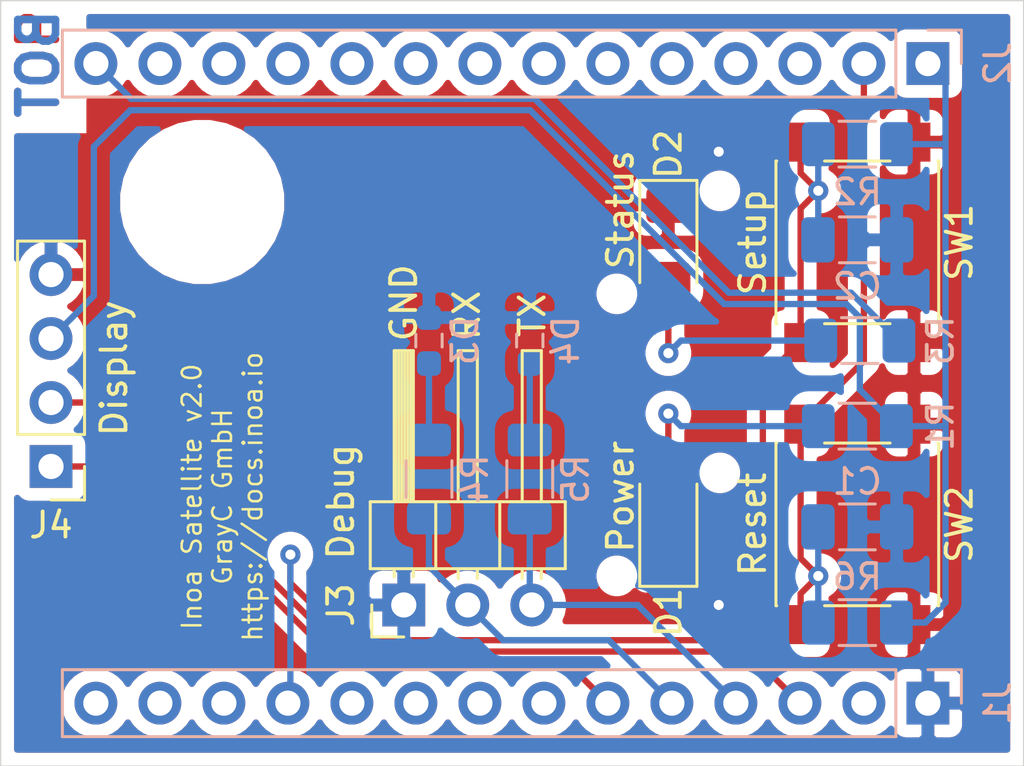
<source format=kicad_pcb>
(kicad_pcb (version 20171130) (host pcbnew 5.1.10)

  (general
    (thickness 1.6)
    (drawings 10)
    (tracks 79)
    (zones 0)
    (modules 20)
    (nets 33)
  )

  (page A4)
  (layers
    (0 F.Cu signal)
    (31 B.Cu signal)
    (32 B.Adhes user)
    (33 F.Adhes user)
    (34 B.Paste user)
    (35 F.Paste user)
    (36 B.SilkS user)
    (37 F.SilkS user)
    (38 B.Mask user)
    (39 F.Mask user)
    (40 Dwgs.User user)
    (41 Cmts.User user)
    (42 Eco1.User user)
    (43 Eco2.User user)
    (44 Edge.Cuts user)
    (45 Margin user)
    (46 B.CrtYd user)
    (47 F.CrtYd user)
    (48 B.Fab user)
    (49 F.Fab user)
  )

  (setup
    (last_trace_width 0.25)
    (trace_clearance 0.2)
    (zone_clearance 0.508)
    (zone_45_only no)
    (trace_min 0.2)
    (via_size 0.8)
    (via_drill 0.4)
    (via_min_size 0.4)
    (via_min_drill 0.3)
    (uvia_size 0.3)
    (uvia_drill 0.1)
    (uvias_allowed no)
    (uvia_min_size 0.2)
    (uvia_min_drill 0.1)
    (edge_width 0.05)
    (segment_width 0.2)
    (pcb_text_width 0.3)
    (pcb_text_size 1.5 1.5)
    (mod_edge_width 0.12)
    (mod_text_size 1 1)
    (mod_text_width 0.15)
    (pad_size 1.524 1.524)
    (pad_drill 0.762)
    (pad_to_mask_clearance 0)
    (aux_axis_origin 0 0)
    (visible_elements FFFFFF7F)
    (pcbplotparams
      (layerselection 0x010fc_ffffffff)
      (usegerberextensions false)
      (usegerberattributes true)
      (usegerberadvancedattributes true)
      (creategerberjobfile true)
      (excludeedgelayer true)
      (linewidth 0.100000)
      (plotframeref false)
      (viasonmask false)
      (mode 1)
      (useauxorigin false)
      (hpglpennumber 1)
      (hpglpenspeed 20)
      (hpglpendiameter 15.000000)
      (psnegative false)
      (psa4output false)
      (plotreference true)
      (plotvalue true)
      (plotinvisibletext false)
      (padsonsilk false)
      (subtractmaskfromsilk false)
      (outputformat 1)
      (mirror false)
      (drillshape 1)
      (scaleselection 1)
      (outputdirectory ""))
  )

  (net 0 "")
  (net 1 "Net-(J1-Pad14)")
  (net 2 "Net-(J1-Pad13)")
  (net 3 "Net-(J1-Pad12)")
  (net 4 "Net-(J1-Pad10)")
  (net 5 "Net-(J1-Pad9)")
  (net 6 "Net-(J1-Pad8)")
  (net 7 "Net-(J1-Pad7)")
  (net 8 "Net-(J1-Pad2)")
  (net 9 "Net-(J2-Pad13)")
  (net 10 "Net-(J2-Pad12)")
  (net 11 "Net-(J2-Pad11)")
  (net 12 "Net-(J2-Pad10)")
  (net 13 "Net-(J2-Pad9)")
  (net 14 "Net-(J2-Pad8)")
  (net 15 "Net-(J2-Pad7)")
  (net 16 "Net-(J2-Pad6)")
  (net 17 "Net-(J2-Pad5)")
  (net 18 "Net-(J2-Pad4)")
  (net 19 "Net-(J2-Pad3)")
  (net 20 +3V3)
  (net 21 GND)
  (net 22 "Net-(D1-Pad2)")
  (net 23 "Net-(D2-Pad2)")
  (net 24 Panel_Setup)
  (net 25 Panel_Status)
  (net 26 Panel_Reset)
  (net 27 U0RXD)
  (net 28 U0TXD)
  (net 29 "Net-(D3-Pad1)")
  (net 30 "Net-(D4-Pad1)")
  (net 31 I2C_SCL)
  (net 32 I2C_SDA)

  (net_class Default "This is the default net class."
    (clearance 0.2)
    (trace_width 0.25)
    (via_dia 0.8)
    (via_drill 0.4)
    (uvia_dia 0.3)
    (uvia_drill 0.1)
    (add_net +3V3)
    (add_net GND)
    (add_net I2C_SCL)
    (add_net I2C_SDA)
    (add_net "Net-(D1-Pad2)")
    (add_net "Net-(D2-Pad2)")
    (add_net "Net-(D3-Pad1)")
    (add_net "Net-(D4-Pad1)")
    (add_net "Net-(J1-Pad10)")
    (add_net "Net-(J1-Pad12)")
    (add_net "Net-(J1-Pad13)")
    (add_net "Net-(J1-Pad14)")
    (add_net "Net-(J1-Pad2)")
    (add_net "Net-(J1-Pad7)")
    (add_net "Net-(J1-Pad8)")
    (add_net "Net-(J1-Pad9)")
    (add_net "Net-(J2-Pad10)")
    (add_net "Net-(J2-Pad11)")
    (add_net "Net-(J2-Pad12)")
    (add_net "Net-(J2-Pad13)")
    (add_net "Net-(J2-Pad3)")
    (add_net "Net-(J2-Pad4)")
    (add_net "Net-(J2-Pad5)")
    (add_net "Net-(J2-Pad6)")
    (add_net "Net-(J2-Pad7)")
    (add_net "Net-(J2-Pad8)")
    (add_net "Net-(J2-Pad9)")
    (add_net Panel_Reset)
    (add_net Panel_Setup)
    (add_net Panel_Status)
    (add_net U0RXD)
    (add_net U0TXD)
  )

  (module Resistor_SMD:R_1206_3216Metric_Pad1.30x1.75mm_HandSolder (layer B.Cu) (tedit 5F68FEEE) (tstamp 6222A2FB)
    (at 154 104.7 180)
    (descr "Resistor SMD 1206 (3216 Metric), square (rectangular) end terminal, IPC_7351 nominal with elongated pad for handsoldering. (Body size source: IPC-SM-782 page 72, https://www.pcb-3d.com/wordpress/wp-content/uploads/ipc-sm-782a_amendment_1_and_2.pdf), generated with kicad-footprint-generator")
    (tags "resistor handsolder")
    (path /622EE010)
    (attr smd)
    (fp_text reference R6 (at 0 1.82) (layer B.SilkS)
      (effects (font (size 1 1) (thickness 0.15)) (justify mirror))
    )
    (fp_text value 10k (at 0 -1.82) (layer B.Fab)
      (effects (font (size 1 1) (thickness 0.15)) (justify mirror))
    )
    (fp_line (start 2.45 -1.12) (end -2.45 -1.12) (layer B.CrtYd) (width 0.05))
    (fp_line (start 2.45 1.12) (end 2.45 -1.12) (layer B.CrtYd) (width 0.05))
    (fp_line (start -2.45 1.12) (end 2.45 1.12) (layer B.CrtYd) (width 0.05))
    (fp_line (start -2.45 -1.12) (end -2.45 1.12) (layer B.CrtYd) (width 0.05))
    (fp_line (start -0.727064 -0.91) (end 0.727064 -0.91) (layer B.SilkS) (width 0.12))
    (fp_line (start -0.727064 0.91) (end 0.727064 0.91) (layer B.SilkS) (width 0.12))
    (fp_line (start 1.6 -0.8) (end -1.6 -0.8) (layer B.Fab) (width 0.1))
    (fp_line (start 1.6 0.8) (end 1.6 -0.8) (layer B.Fab) (width 0.1))
    (fp_line (start -1.6 0.8) (end 1.6 0.8) (layer B.Fab) (width 0.1))
    (fp_line (start -1.6 -0.8) (end -1.6 0.8) (layer B.Fab) (width 0.1))
    (fp_text user %R (at 0 0) (layer B.Fab)
      (effects (font (size 0.8 0.8) (thickness 0.12)) (justify mirror))
    )
    (pad 2 smd roundrect (at 1.55 0 180) (size 1.3 1.75) (layers B.Cu B.Paste B.Mask) (roundrect_rratio 0.192308)
      (net 26 Panel_Reset))
    (pad 1 smd roundrect (at -1.55 0 180) (size 1.3 1.75) (layers B.Cu B.Paste B.Mask) (roundrect_rratio 0.192308)
      (net 20 +3V3))
    (model ${KIPRJMOD}/../libraries/models/R_1206_3216Metric.wrl
      (at (xyz 0 0 0))
      (scale (xyz 1 1 1))
      (rotate (xyz 0 0 0))
    )
  )

  (module Capacitor_SMD:C_1206_3216Metric_Pad1.33x1.80mm_HandSolder (layer B.Cu) (tedit 5F68FEEF) (tstamp 6222A074)
    (at 154 89.5)
    (descr "Capacitor SMD 1206 (3216 Metric), square (rectangular) end terminal, IPC_7351 nominal with elongated pad for handsoldering. (Body size source: IPC-SM-782 page 76, https://www.pcb-3d.com/wordpress/wp-content/uploads/ipc-sm-782a_amendment_1_and_2.pdf), generated with kicad-footprint-generator")
    (tags "capacitor handsolder")
    (path /622F9C9B)
    (attr smd)
    (fp_text reference C2 (at 0 1.85) (layer B.SilkS)
      (effects (font (size 1 1) (thickness 0.15)) (justify mirror))
    )
    (fp_text value 2u2 (at 0 -1.85) (layer B.Fab)
      (effects (font (size 1 1) (thickness 0.15)) (justify mirror))
    )
    (fp_line (start 2.48 -1.15) (end -2.48 -1.15) (layer B.CrtYd) (width 0.05))
    (fp_line (start 2.48 1.15) (end 2.48 -1.15) (layer B.CrtYd) (width 0.05))
    (fp_line (start -2.48 1.15) (end 2.48 1.15) (layer B.CrtYd) (width 0.05))
    (fp_line (start -2.48 -1.15) (end -2.48 1.15) (layer B.CrtYd) (width 0.05))
    (fp_line (start -0.711252 -0.91) (end 0.711252 -0.91) (layer B.SilkS) (width 0.12))
    (fp_line (start -0.711252 0.91) (end 0.711252 0.91) (layer B.SilkS) (width 0.12))
    (fp_line (start 1.6 -0.8) (end -1.6 -0.8) (layer B.Fab) (width 0.1))
    (fp_line (start 1.6 0.8) (end 1.6 -0.8) (layer B.Fab) (width 0.1))
    (fp_line (start -1.6 0.8) (end 1.6 0.8) (layer B.Fab) (width 0.1))
    (fp_line (start -1.6 -0.8) (end -1.6 0.8) (layer B.Fab) (width 0.1))
    (fp_text user %R (at 0 0) (layer B.Fab)
      (effects (font (size 0.8 0.8) (thickness 0.12)) (justify mirror))
    )
    (pad 2 smd roundrect (at 1.5625 0) (size 1.325 1.8) (layers B.Cu B.Paste B.Mask) (roundrect_rratio 0.188679)
      (net 21 GND))
    (pad 1 smd roundrect (at -1.5625 0) (size 1.325 1.8) (layers B.Cu B.Paste B.Mask) (roundrect_rratio 0.188679)
      (net 24 Panel_Setup))
    (model ${KIPRJMOD}/../libraries/models/C_1206_3216Metric.wrl
      (at (xyz 0 0 0))
      (scale (xyz 1 1 1))
      (rotate (xyz 0 0 0))
    )
  )

  (module Capacitor_SMD:C_1206_3216Metric_Pad1.33x1.80mm_HandSolder (layer B.Cu) (tedit 5F68FEEF) (tstamp 6222A063)
    (at 154 100.9)
    (descr "Capacitor SMD 1206 (3216 Metric), square (rectangular) end terminal, IPC_7351 nominal with elongated pad for handsoldering. (Body size source: IPC-SM-782 page 76, https://www.pcb-3d.com/wordpress/wp-content/uploads/ipc-sm-782a_amendment_1_and_2.pdf), generated with kicad-footprint-generator")
    (tags "capacitor handsolder")
    (path /622F8D63)
    (attr smd)
    (fp_text reference C1 (at 0 -1.8) (layer B.SilkS)
      (effects (font (size 1 1) (thickness 0.15)) (justify mirror))
    )
    (fp_text value 2u2 (at 0 -1.85) (layer B.Fab)
      (effects (font (size 1 1) (thickness 0.15)) (justify mirror))
    )
    (fp_line (start 2.48 -1.15) (end -2.48 -1.15) (layer B.CrtYd) (width 0.05))
    (fp_line (start 2.48 1.15) (end 2.48 -1.15) (layer B.CrtYd) (width 0.05))
    (fp_line (start -2.48 1.15) (end 2.48 1.15) (layer B.CrtYd) (width 0.05))
    (fp_line (start -2.48 -1.15) (end -2.48 1.15) (layer B.CrtYd) (width 0.05))
    (fp_line (start -0.711252 -0.91) (end 0.711252 -0.91) (layer B.SilkS) (width 0.12))
    (fp_line (start -0.711252 0.91) (end 0.711252 0.91) (layer B.SilkS) (width 0.12))
    (fp_line (start 1.6 -0.8) (end -1.6 -0.8) (layer B.Fab) (width 0.1))
    (fp_line (start 1.6 0.8) (end 1.6 -0.8) (layer B.Fab) (width 0.1))
    (fp_line (start -1.6 0.8) (end 1.6 0.8) (layer B.Fab) (width 0.1))
    (fp_line (start -1.6 -0.8) (end -1.6 0.8) (layer B.Fab) (width 0.1))
    (fp_text user %R (at 0 0) (layer B.Fab)
      (effects (font (size 0.8 0.8) (thickness 0.12)) (justify mirror))
    )
    (pad 2 smd roundrect (at 1.5625 0) (size 1.325 1.8) (layers B.Cu B.Paste B.Mask) (roundrect_rratio 0.188679)
      (net 21 GND))
    (pad 1 smd roundrect (at -1.5625 0) (size 1.325 1.8) (layers B.Cu B.Paste B.Mask) (roundrect_rratio 0.188679)
      (net 26 Panel_Reset))
    (model ${KIPRJMOD}/../libraries/models/C_1206_3216Metric.wrl
      (at (xyz 0 0 0))
      (scale (xyz 1 1 1))
      (rotate (xyz 0 0 0))
    )
  )

  (module footprints:MountingHole_5.5mm_No_Bound (layer F.Cu) (tedit 62220E4D) (tstamp 61C0B904)
    (at 128 88)
    (descr "Mounting Hole 5.5mm, no annular")
    (tags "mounting hole 5.5mm no annular")
    (path /61C12FBC)
    (attr virtual)
    (fp_text reference H1 (at 0 -6.5) (layer F.SilkS) hide
      (effects (font (size 1 1) (thickness 0.15)))
    )
    (fp_text value Antenna (at 0 6.5) (layer F.Fab) hide
      (effects (font (size 1 1) (thickness 0.15)))
    )
    (fp_circle (center 0 0) (end 4 -0.01) (layer Cmts.User) (width 0.15))
    (fp_circle (center 0 0) (end 4 -0.02) (layer F.CrtYd) (width 0.05))
    (fp_text user %R (at 0.3 0) (layer F.Fab)
      (effects (font (size 1 1) (thickness 0.15)))
    )
    (pad 1 np_thru_hole circle (at 0 0) (size 5.5 5.5) (drill 5.5) (layers *.Cu *.Mask))
  )

  (module Resistor_SMD:R_1206_3216Metric_Pad1.30x1.75mm_HandSolder (layer B.Cu) (tedit 5F68FEEE) (tstamp 622275E0)
    (at 141 99 90)
    (descr "Resistor SMD 1206 (3216 Metric), square (rectangular) end terminal, IPC_7351 nominal with elongated pad for handsoldering. (Body size source: IPC-SM-782 page 72, https://www.pcb-3d.com/wordpress/wp-content/uploads/ipc-sm-782a_amendment_1_and_2.pdf), generated with kicad-footprint-generator")
    (tags "resistor handsolder")
    (path /62496C65)
    (attr smd)
    (fp_text reference R5 (at 0 1.82 90) (layer B.SilkS)
      (effects (font (size 1 1) (thickness 0.15)) (justify mirror))
    )
    (fp_text value 220R (at 0 -1.82 90) (layer B.Fab)
      (effects (font (size 1 1) (thickness 0.15)) (justify mirror))
    )
    (fp_line (start 2.45 -1.12) (end -2.45 -1.12) (layer B.CrtYd) (width 0.05))
    (fp_line (start 2.45 1.12) (end 2.45 -1.12) (layer B.CrtYd) (width 0.05))
    (fp_line (start -2.45 1.12) (end 2.45 1.12) (layer B.CrtYd) (width 0.05))
    (fp_line (start -2.45 -1.12) (end -2.45 1.12) (layer B.CrtYd) (width 0.05))
    (fp_line (start -0.727064 -0.91) (end 0.727064 -0.91) (layer B.SilkS) (width 0.12))
    (fp_line (start -0.727064 0.91) (end 0.727064 0.91) (layer B.SilkS) (width 0.12))
    (fp_line (start 1.6 -0.8) (end -1.6 -0.8) (layer B.Fab) (width 0.1))
    (fp_line (start 1.6 0.8) (end 1.6 -0.8) (layer B.Fab) (width 0.1))
    (fp_line (start -1.6 0.8) (end 1.6 0.8) (layer B.Fab) (width 0.1))
    (fp_line (start -1.6 -0.8) (end -1.6 0.8) (layer B.Fab) (width 0.1))
    (fp_text user %R (at 0 0 90) (layer B.Fab)
      (effects (font (size 0.8 0.8) (thickness 0.12)) (justify mirror))
    )
    (pad 2 smd roundrect (at 1.55 0 90) (size 1.3 1.75) (layers B.Cu B.Paste B.Mask) (roundrect_rratio 0.192308)
      (net 30 "Net-(D4-Pad1)"))
    (pad 1 smd roundrect (at -1.55 0 90) (size 1.3 1.75) (layers B.Cu B.Paste B.Mask) (roundrect_rratio 0.192308)
      (net 28 U0TXD))
    (model ${KIPRJMOD}/../libraries/models/R_1206_3216Metric.wrl
      (at (xyz 0 0 0))
      (scale (xyz 1 1 1))
      (rotate (xyz 0 0 0))
    )
  )

  (module Resistor_SMD:R_1206_3216Metric_Pad1.30x1.75mm_HandSolder (layer B.Cu) (tedit 5F68FEEE) (tstamp 622275CF)
    (at 137 99 90)
    (descr "Resistor SMD 1206 (3216 Metric), square (rectangular) end terminal, IPC_7351 nominal with elongated pad for handsoldering. (Body size source: IPC-SM-782 page 72, https://www.pcb-3d.com/wordpress/wp-content/uploads/ipc-sm-782a_amendment_1_and_2.pdf), generated with kicad-footprint-generator")
    (tags "resistor handsolder")
    (path /6249CAC0)
    (attr smd)
    (fp_text reference R4 (at 0 1.82 90) (layer B.SilkS)
      (effects (font (size 1 1) (thickness 0.15)) (justify mirror))
    )
    (fp_text value 220R (at 0 -1.82 90) (layer B.Fab)
      (effects (font (size 1 1) (thickness 0.15)) (justify mirror))
    )
    (fp_line (start 2.45 -1.12) (end -2.45 -1.12) (layer B.CrtYd) (width 0.05))
    (fp_line (start 2.45 1.12) (end 2.45 -1.12) (layer B.CrtYd) (width 0.05))
    (fp_line (start -2.45 1.12) (end 2.45 1.12) (layer B.CrtYd) (width 0.05))
    (fp_line (start -2.45 -1.12) (end -2.45 1.12) (layer B.CrtYd) (width 0.05))
    (fp_line (start -0.727064 -0.91) (end 0.727064 -0.91) (layer B.SilkS) (width 0.12))
    (fp_line (start -0.727064 0.91) (end 0.727064 0.91) (layer B.SilkS) (width 0.12))
    (fp_line (start 1.6 -0.8) (end -1.6 -0.8) (layer B.Fab) (width 0.1))
    (fp_line (start 1.6 0.8) (end 1.6 -0.8) (layer B.Fab) (width 0.1))
    (fp_line (start -1.6 0.8) (end 1.6 0.8) (layer B.Fab) (width 0.1))
    (fp_line (start -1.6 -0.8) (end -1.6 0.8) (layer B.Fab) (width 0.1))
    (fp_text user %R (at 0 0 90) (layer B.Fab)
      (effects (font (size 0.8 0.8) (thickness 0.12)) (justify mirror))
    )
    (pad 2 smd roundrect (at 1.55 0 90) (size 1.3 1.75) (layers B.Cu B.Paste B.Mask) (roundrect_rratio 0.192308)
      (net 29 "Net-(D3-Pad1)"))
    (pad 1 smd roundrect (at -1.55 0 90) (size 1.3 1.75) (layers B.Cu B.Paste B.Mask) (roundrect_rratio 0.192308)
      (net 27 U0RXD))
    (model ${KIPRJMOD}/../libraries/models/R_1206_3216Metric.wrl
      (at (xyz 0 0 0))
      (scale (xyz 1 1 1))
      (rotate (xyz 0 0 0))
    )
  )

  (module Connector_PinHeader_2.54mm:PinHeader_1x04_P2.54mm_Vertical (layer F.Cu) (tedit 59FED5CC) (tstamp 6222755E)
    (at 122 98.5 180)
    (descr "Through hole straight pin header, 1x04, 2.54mm pitch, single row")
    (tags "Through hole pin header THT 1x04 2.54mm single row")
    (path /6228A373)
    (fp_text reference J4 (at 0 -2.33) (layer F.SilkS)
      (effects (font (size 1 1) (thickness 0.15)))
    )
    (fp_text value Display (at -2.5 3.9 90) (layer F.SilkS)
      (effects (font (size 1 1) (thickness 0.15)))
    )
    (fp_line (start 1.8 -1.8) (end -1.8 -1.8) (layer F.CrtYd) (width 0.05))
    (fp_line (start 1.8 9.4) (end 1.8 -1.8) (layer F.CrtYd) (width 0.05))
    (fp_line (start -1.8 9.4) (end 1.8 9.4) (layer F.CrtYd) (width 0.05))
    (fp_line (start -1.8 -1.8) (end -1.8 9.4) (layer F.CrtYd) (width 0.05))
    (fp_line (start -1.33 -1.33) (end 0 -1.33) (layer F.SilkS) (width 0.12))
    (fp_line (start -1.33 0) (end -1.33 -1.33) (layer F.SilkS) (width 0.12))
    (fp_line (start -1.33 1.27) (end 1.33 1.27) (layer F.SilkS) (width 0.12))
    (fp_line (start 1.33 1.27) (end 1.33 8.95) (layer F.SilkS) (width 0.12))
    (fp_line (start -1.33 1.27) (end -1.33 8.95) (layer F.SilkS) (width 0.12))
    (fp_line (start -1.33 8.95) (end 1.33 8.95) (layer F.SilkS) (width 0.12))
    (fp_line (start -1.27 -0.635) (end -0.635 -1.27) (layer F.Fab) (width 0.1))
    (fp_line (start -1.27 8.89) (end -1.27 -0.635) (layer F.Fab) (width 0.1))
    (fp_line (start 1.27 8.89) (end -1.27 8.89) (layer F.Fab) (width 0.1))
    (fp_line (start 1.27 -1.27) (end 1.27 8.89) (layer F.Fab) (width 0.1))
    (fp_line (start -0.635 -1.27) (end 1.27 -1.27) (layer F.Fab) (width 0.1))
    (fp_text user %R (at 0 3.81 90) (layer F.Fab)
      (effects (font (size 1 1) (thickness 0.15)))
    )
    (pad 4 thru_hole oval (at 0 7.62 180) (size 1.7 1.7) (drill 1) (layers *.Cu *.Mask)
      (net 21 GND))
    (pad 3 thru_hole oval (at 0 5.08 180) (size 1.7 1.7) (drill 1) (layers *.Cu *.Mask)
      (net 20 +3V3))
    (pad 2 thru_hole oval (at 0 2.54 180) (size 1.7 1.7) (drill 1) (layers *.Cu *.Mask)
      (net 31 I2C_SCL))
    (pad 1 thru_hole rect (at 0 0 180) (size 1.7 1.7) (drill 1) (layers *.Cu *.Mask)
      (net 32 I2C_SDA))
    (model ${KIPRJMOD}/../libraries/models/PinHeader_1x04_P2.54mm_Vertical.wrl
      (at (xyz 0 0 0))
      (scale (xyz 1 1 1))
      (rotate (xyz 0 0 0))
    )
  )

  (module Resistor_SMD:R_0603_1608Metric_Pad0.98x0.95mm_HandSolder (layer B.Cu) (tedit 5F68FEEE) (tstamp 622255ED)
    (at 141 93.5 90)
    (descr "Resistor SMD 0603 (1608 Metric), square (rectangular) end terminal, IPC_7351 nominal with elongated pad for handsoldering. (Body size source: IPC-SM-782 page 72, https://www.pcb-3d.com/wordpress/wp-content/uploads/ipc-sm-782a_amendment_1_and_2.pdf), generated with kicad-footprint-generator")
    (tags "resistor handsolder")
    (path /622381EA)
    (attr smd)
    (fp_text reference D4 (at 0 1.43 90) (layer B.SilkS)
      (effects (font (size 1 1) (thickness 0.15)) (justify mirror))
    )
    (fp_text value ESD3.3 (at 0 -1.43 90) (layer B.Fab)
      (effects (font (size 1 1) (thickness 0.15)) (justify mirror))
    )
    (fp_line (start -0.8 -0.4125) (end -0.8 0.4125) (layer B.Fab) (width 0.1))
    (fp_line (start -0.8 0.4125) (end 0.8 0.4125) (layer B.Fab) (width 0.1))
    (fp_line (start 0.8 0.4125) (end 0.8 -0.4125) (layer B.Fab) (width 0.1))
    (fp_line (start 0.8 -0.4125) (end -0.8 -0.4125) (layer B.Fab) (width 0.1))
    (fp_line (start -0.254724 0.5225) (end 0.254724 0.5225) (layer B.SilkS) (width 0.12))
    (fp_line (start -0.254724 -0.5225) (end 0.254724 -0.5225) (layer B.SilkS) (width 0.12))
    (fp_line (start -1.65 -0.73) (end -1.65 0.73) (layer B.CrtYd) (width 0.05))
    (fp_line (start -1.65 0.73) (end 1.65 0.73) (layer B.CrtYd) (width 0.05))
    (fp_line (start 1.65 0.73) (end 1.65 -0.73) (layer B.CrtYd) (width 0.05))
    (fp_line (start 1.65 -0.73) (end -1.65 -0.73) (layer B.CrtYd) (width 0.05))
    (fp_text user %R (at 0 0 90) (layer B.Fab)
      (effects (font (size 0.4 0.4) (thickness 0.06)) (justify mirror))
    )
    (pad 2 smd roundrect (at 0.9125 0 90) (size 0.975 0.95) (layers B.Cu B.Paste B.Mask) (roundrect_rratio 0.25)
      (net 21 GND))
    (pad 1 smd roundrect (at -0.9125 0 90) (size 0.975 0.95) (layers B.Cu B.Paste B.Mask) (roundrect_rratio 0.25)
      (net 30 "Net-(D4-Pad1)"))
    (model ${KIPRJMOD}/../libraries/models/R_0603_1608Metric.wrl
      (at (xyz 0 0 0))
      (scale (xyz 1 1 1))
      (rotate (xyz 0 0 0))
    )
  )

  (module Resistor_SMD:R_0603_1608Metric_Pad0.98x0.95mm_HandSolder (layer B.Cu) (tedit 5F68FEEE) (tstamp 622255DC)
    (at 137 93.5 90)
    (descr "Resistor SMD 0603 (1608 Metric), square (rectangular) end terminal, IPC_7351 nominal with elongated pad for handsoldering. (Body size source: IPC-SM-782 page 72, https://www.pcb-3d.com/wordpress/wp-content/uploads/ipc-sm-782a_amendment_1_and_2.pdf), generated with kicad-footprint-generator")
    (tags "resistor handsolder")
    (path /624A1CA5)
    (attr smd)
    (fp_text reference D3 (at 0 1.43 90) (layer B.SilkS)
      (effects (font (size 1 1) (thickness 0.15)) (justify mirror))
    )
    (fp_text value ESD3.3 (at 0 -1.43 90) (layer B.Fab)
      (effects (font (size 1 1) (thickness 0.15)) (justify mirror))
    )
    (fp_line (start -0.8 -0.4125) (end -0.8 0.4125) (layer B.Fab) (width 0.1))
    (fp_line (start -0.8 0.4125) (end 0.8 0.4125) (layer B.Fab) (width 0.1))
    (fp_line (start 0.8 0.4125) (end 0.8 -0.4125) (layer B.Fab) (width 0.1))
    (fp_line (start 0.8 -0.4125) (end -0.8 -0.4125) (layer B.Fab) (width 0.1))
    (fp_line (start -0.254724 0.5225) (end 0.254724 0.5225) (layer B.SilkS) (width 0.12))
    (fp_line (start -0.254724 -0.5225) (end 0.254724 -0.5225) (layer B.SilkS) (width 0.12))
    (fp_line (start -1.65 -0.73) (end -1.65 0.73) (layer B.CrtYd) (width 0.05))
    (fp_line (start -1.65 0.73) (end 1.65 0.73) (layer B.CrtYd) (width 0.05))
    (fp_line (start 1.65 0.73) (end 1.65 -0.73) (layer B.CrtYd) (width 0.05))
    (fp_line (start 1.65 -0.73) (end -1.65 -0.73) (layer B.CrtYd) (width 0.05))
    (fp_text user %R (at 0 0 90) (layer B.Fab)
      (effects (font (size 0.4 0.4) (thickness 0.06)) (justify mirror))
    )
    (pad 2 smd roundrect (at 0.9125 0 90) (size 0.975 0.95) (layers B.Cu B.Paste B.Mask) (roundrect_rratio 0.25)
      (net 21 GND))
    (pad 1 smd roundrect (at -0.9125 0 90) (size 0.975 0.95) (layers B.Cu B.Paste B.Mask) (roundrect_rratio 0.25)
      (net 29 "Net-(D3-Pad1)"))
    (model ${KIPRJMOD}/../libraries/models/R_0603_1608Metric.wrl
      (at (xyz 0 0 0))
      (scale (xyz 1 1 1))
      (rotate (xyz 0 0 0))
    )
  )

  (module footprints:LED_1206_3216Metric_Pad1.42x1.75mm_HandSolder_With_Cover (layer F.Cu) (tedit 611F94CB) (tstamp 61C0B8FC)
    (at 146.5 89.6 270)
    (descr "LED SMD 1206 (3216 Metric), square (rectangular) end terminal, IPC_7351 nominal, (Body size source: http://www.tortai-tech.com/upload/download/2011102023233369053.pdf), generated with kicad-footprint-generator")
    (tags "LED handsolder")
    (path /61C0AD7D)
    (attr smd)
    (fp_text reference D2 (at -3.5 0 90) (layer F.SilkS)
      (effects (font (size 1 1) (thickness 0.15)))
    )
    (fp_text value Status (at -1.3 1.9 90) (layer F.SilkS)
      (effects (font (size 1 1) (thickness 0.15)))
    )
    (fp_line (start 2.45 1.12) (end -2.45 1.12) (layer F.CrtYd) (width 0.05))
    (fp_line (start 2.45 -1.12) (end 2.45 1.12) (layer F.CrtYd) (width 0.05))
    (fp_line (start -2.45 -1.12) (end 2.45 -1.12) (layer F.CrtYd) (width 0.05))
    (fp_line (start -2.45 1.12) (end -2.45 -1.12) (layer F.CrtYd) (width 0.05))
    (fp_line (start -2.46 1.135) (end 1.6 1.135) (layer F.SilkS) (width 0.12))
    (fp_line (start -2.46 -1.135) (end -2.46 1.135) (layer F.SilkS) (width 0.12))
    (fp_line (start 1.6 -1.135) (end -2.46 -1.135) (layer F.SilkS) (width 0.12))
    (fp_line (start 1.6 0.8) (end 1.6 -0.8) (layer F.Fab) (width 0.1))
    (fp_line (start -1.6 0.8) (end 1.6 0.8) (layer F.Fab) (width 0.1))
    (fp_line (start -1.6 -0.4) (end -1.6 0.8) (layer F.Fab) (width 0.1))
    (fp_line (start -1.2 -0.8) (end -1.6 -0.4) (layer F.Fab) (width 0.1))
    (fp_line (start 1.6 -0.8) (end -1.2 -0.8) (layer F.Fab) (width 0.1))
    (fp_text user %R (at 0 0 90) (layer F.Fab)
      (effects (font (size 0.8 0.8) (thickness 0.12)))
    )
    (pad 2 smd roundrect (at 1.4875 0 270) (size 1.425 1.75) (layers F.Cu F.Paste F.Mask) (roundrect_rratio 0.175439)
      (net 23 "Net-(D2-Pad2)"))
    (pad 1 smd roundrect (at -1.4875 0 270) (size 1.425 1.75) (layers F.Cu F.Paste F.Mask) (roundrect_rratio 0.175439)
      (net 21 GND))
    (pad "" np_thru_hole circle (at -2.045 -2.045 270) (size 0.6 0.6) (drill 0.6) (layers *.Cu *.Mask))
    (pad "" np_thru_hole circle (at 2.045 2.045 270) (size 0.6 0.6) (drill 0.6) (layers *.Cu *.Mask))
    (model ${KIPRJMOD}/../libraries/models/LED_1206_3216Metric.wrl
      (at (xyz 0 0 0))
      (scale (xyz 1 1 1))
      (rotate (xyz 0 0 0))
    )
  )

  (module footprints:LED_1206_3216Metric_Pad1.42x1.75mm_HandSolder_With_Cover (layer F.Cu) (tedit 611F94CB) (tstamp 61BC02E1)
    (at 146.5 100.8 90)
    (descr "LED SMD 1206 (3216 Metric), square (rectangular) end terminal, IPC_7351 nominal, (Body size source: http://www.tortai-tech.com/upload/download/2011102023233369053.pdf), generated with kicad-footprint-generator")
    (tags "LED handsolder")
    (path /61D805E2)
    (attr smd)
    (fp_text reference D1 (at -3.5 0 90) (layer F.SilkS)
      (effects (font (size 1 1) (thickness 0.15)))
    )
    (fp_text value Power (at 1.1 -1.9 90) (layer F.SilkS)
      (effects (font (size 1 1) (thickness 0.15)))
    )
    (fp_line (start 2.45 1.12) (end -2.45 1.12) (layer F.CrtYd) (width 0.05))
    (fp_line (start 2.45 -1.12) (end 2.45 1.12) (layer F.CrtYd) (width 0.05))
    (fp_line (start -2.45 -1.12) (end 2.45 -1.12) (layer F.CrtYd) (width 0.05))
    (fp_line (start -2.45 1.12) (end -2.45 -1.12) (layer F.CrtYd) (width 0.05))
    (fp_line (start -2.46 1.135) (end 1.6 1.135) (layer F.SilkS) (width 0.12))
    (fp_line (start -2.46 -1.135) (end -2.46 1.135) (layer F.SilkS) (width 0.12))
    (fp_line (start 1.6 -1.135) (end -2.46 -1.135) (layer F.SilkS) (width 0.12))
    (fp_line (start 1.6 0.8) (end 1.6 -0.8) (layer F.Fab) (width 0.1))
    (fp_line (start -1.6 0.8) (end 1.6 0.8) (layer F.Fab) (width 0.1))
    (fp_line (start -1.6 -0.4) (end -1.6 0.8) (layer F.Fab) (width 0.1))
    (fp_line (start -1.2 -0.8) (end -1.6 -0.4) (layer F.Fab) (width 0.1))
    (fp_line (start 1.6 -0.8) (end -1.2 -0.8) (layer F.Fab) (width 0.1))
    (fp_text user %R (at 0 0 90) (layer F.Fab)
      (effects (font (size 0.8 0.8) (thickness 0.12)))
    )
    (pad 2 smd roundrect (at 1.4875 0 90) (size 1.425 1.75) (layers F.Cu F.Paste F.Mask) (roundrect_rratio 0.175439)
      (net 22 "Net-(D1-Pad2)"))
    (pad 1 smd roundrect (at -1.4875 0 90) (size 1.425 1.75) (layers F.Cu F.Paste F.Mask) (roundrect_rratio 0.175439)
      (net 21 GND))
    (pad "" np_thru_hole circle (at -2.045 -2.045 90) (size 0.6 0.6) (drill 0.6) (layers *.Cu *.Mask))
    (pad "" np_thru_hole circle (at 2.045 2.045 90) (size 0.6 0.6) (drill 0.6) (layers *.Cu *.Mask))
    (model ${KIPRJMOD}/../libraries/models/LED_1206_3216Metric.wrl
      (at (xyz 0 0 0))
      (scale (xyz 1 1 1))
      (rotate (xyz 0 0 0))
    )
  )

  (module images:grayc-logo-negative (layer F.Cu) (tedit 0) (tstamp 62192641)
    (at 123.5 103 90)
    (path /6225C2AD)
    (fp_text reference G1 (at 0 0 90) (layer F.SilkS) hide
      (effects (font (size 1.524 1.524) (thickness 0.3)))
    )
    (fp_text value LOGO (at 0.75 0 90) (layer F.SilkS) hide
      (effects (font (size 1.524 1.524) (thickness 0.3)))
    )
    (fp_poly (pts (xy 0.100368 -2.231675) (xy -0.123867 -2.137545) (xy -0.373082 -1.995772) (xy -0.618953 -1.828808)
      (xy -0.83316 -1.659102) (xy -0.987378 -1.509107) (xy -1.053287 -1.401273) (xy -1.002564 -1.35805)
      (xy -1.001759 -1.358029) (xy -0.792376 -1.324209) (xy -0.726592 -1.303275) (xy -0.613394 -1.311135)
      (xy -0.592667 -1.387942) (xy -0.54849 -1.509035) (xy -0.456491 -1.496395) (xy -0.394037 -1.400442)
      (xy -0.296742 -1.297782) (xy -0.094168 -1.160152) (xy 0.101855 -1.052436) (xy 0.514325 -0.819745)
      (xy 0.784791 -0.598813) (xy 0.937151 -0.367505) (xy 0.976147 -0.242707) (xy 1.111635 0.005362)
      (xy 1.403872 0.258728) (xy 1.612537 0.412613) (xy 1.748347 0.532569) (xy 1.778 0.576432)
      (xy 1.716855 0.697273) (xy 1.570858 0.859169) (xy 1.396167 1.009417) (xy 1.248938 1.095317)
      (xy 1.219399 1.100667) (xy 1.062166 1.080816) (xy 0.818449 1.030891) (xy 0.714494 1.005865)
      (xy 0.413997 0.954458) (xy 0.176874 0.983342) (xy 0.075517 1.01979) (xy -0.097252 1.109449)
      (xy -0.156353 1.224667) (xy -0.138394 1.432091) (xy -0.0349 1.736454) (xy 0.170987 1.928135)
      (xy 0.497546 2.019725) (xy 0.732419 2.032) (xy 1.257318 1.956094) (xy 1.76332 1.746276)
      (xy 2.066273 1.535302) (xy 2.171369 1.449363) (xy 2.177068 1.470475) (xy 2.086807 1.61584)
      (xy 2.083423 1.621102) (xy 1.808743 1.920773) (xy 1.416205 2.185521) (xy 0.956963 2.390842)
      (xy 0.482172 2.512229) (xy 0.177043 2.534336) (xy -0.104019 2.503881) (xy -0.420987 2.435413)
      (xy -0.493326 2.414351) (xy -1.047773 2.160596) (xy -1.499595 1.793053) (xy -1.842636 1.337103)
      (xy -2.070739 0.818125) (xy -2.177748 0.261502) (xy -2.157504 -0.307387) (xy -2.043523 -0.719667)
      (xy -1.27 -0.719667) (xy -1.227667 -0.677333) (xy -1.185334 -0.719667) (xy -1.227667 -0.762)
      (xy -1.27 -0.719667) (xy -2.043523 -0.719667) (xy -2.003851 -0.863161) (xy -1.857224 -1.121833)
      (xy -1.438037 -1.121833) (xy -1.355404 -0.950211) (xy -1.13455 -0.830601) (xy -1.088839 -0.818101)
      (xy -0.87045 -0.710372) (xy -0.806204 -0.548428) (xy -0.902657 -0.359035) (xy -0.962441 -0.302106)
      (xy -1.106975 -0.153414) (xy -1.234403 0.020073) (xy -1.325363 0.1817) (xy -1.360492 0.294811)
      (xy -1.320426 0.32275) (xy -1.282703 0.304184) (xy -1.248678 0.352542) (xy -1.240746 0.524991)
      (xy -1.250014 0.668451) (xy -1.231661 1.026501) (xy -1.088032 1.324659) (xy -0.801056 1.59348)
      (xy -0.638922 1.701595) (xy -0.435241 1.80906) (xy -0.356146 1.801969) (xy -0.401383 1.680174)
      (xy -0.457031 1.595303) (xy -0.531592 1.432982) (xy -0.578245 1.229359) (xy -0.592892 1.036167)
      (xy -0.57144 0.90514) (xy -0.513204 0.885784) (xy -0.408222 0.869848) (xy -0.365037 0.820896)
      (xy -0.229528 0.689781) (xy -0.015975 0.643593) (xy 0.300728 0.681097) (xy 0.647214 0.771116)
      (xy 0.989314 0.864259) (xy 1.209181 0.899937) (xy 1.342355 0.882177) (xy 1.387007 0.854959)
      (xy 1.460337 0.762566) (xy 1.443274 0.637237) (xy 1.384767 0.508917) (xy 1.224932 0.289178)
      (xy 1.012369 0.2056) (xy 0.710114 0.244912) (xy 0.675951 0.254396) (xy 0.413421 0.317543)
      (xy 0.236942 0.336427) (xy 0.178497 0.308935) (xy 0.193523 0.286254) (xy 0.186673 0.197003)
      (xy 0.091663 0.083225) (xy 0.00149 0.028222) (xy 0.282222 0.028222) (xy 0.293844 0.078556)
      (xy 0.338666 0.084667) (xy 0.408356 0.053688) (xy 0.395111 0.028222) (xy 0.294631 0.018089)
      (xy 0.282222 0.028222) (xy 0.00149 0.028222) (xy -0.033931 0.006617) (xy -0.073623 0)
      (xy -0.193901 -0.06198) (xy -0.213428 -0.087516) (xy -0.171493 -0.136724) (xy 0.033388 -0.15271)
      (xy 0.247242 -0.145397) (xy 0.535772 -0.135591) (xy 0.692797 -0.153644) (xy 0.754962 -0.207459)
      (xy 0.762 -0.256425) (xy 0.703074 -0.421842) (xy 0.613833 -0.531159) (xy 0.442725 -0.651212)
      (xy 0.213023 -0.770879) (xy -0.02707 -0.870767) (xy -0.229351 -0.93148) (xy -0.345616 -0.933624)
      (xy -0.356086 -0.921411) (xy -0.442345 -0.90314) (xy -0.634284 -0.956038) (xy -0.763549 -1.009497)
      (xy -1.074186 -1.130639) (xy -1.304307 -1.18108) (xy -1.42599 -1.156169) (xy -1.438037 -1.121833)
      (xy -1.857224 -1.121833) (xy -1.710633 -1.380439) (xy -1.478845 -1.648178) (xy -0.985515 -2.024443)
      (xy -0.405169 -2.257932) (xy 0.069855 -2.335479) (xy 0.550333 -2.37141) (xy 0.100368 -2.231675)) (layer F.Mask) (width 0.01))
  )

  (module Connector_PinHeader_2.54mm:PinHeader_1x03_P2.54mm_Horizontal (layer F.Cu) (tedit 59FED5CB) (tstamp 621944B1)
    (at 136 104 90)
    (descr "Through hole angled pin header, 1x03, 2.54mm pitch, 6mm pin length, single row")
    (tags "Through hole angled pin header THT 1x03 2.54mm single row")
    (path /61C25C1F)
    (fp_text reference J3 (at 0 -2.5 90) (layer F.SilkS)
      (effects (font (size 1 1) (thickness 0.15)))
    )
    (fp_text value Debug (at 4.1 -2.5 90) (layer F.SilkS)
      (effects (font (size 1 1) (thickness 0.15)))
    )
    (fp_line (start 10.55 -1.8) (end -1.8 -1.8) (layer F.CrtYd) (width 0.05))
    (fp_line (start 10.55 6.85) (end 10.55 -1.8) (layer F.CrtYd) (width 0.05))
    (fp_line (start -1.8 6.85) (end 10.55 6.85) (layer F.CrtYd) (width 0.05))
    (fp_line (start -1.8 -1.8) (end -1.8 6.85) (layer F.CrtYd) (width 0.05))
    (fp_line (start -1.27 -1.27) (end 0 -1.27) (layer F.SilkS) (width 0.12))
    (fp_line (start -1.27 0) (end -1.27 -1.27) (layer F.SilkS) (width 0.12))
    (fp_line (start 1.042929 5.46) (end 1.44 5.46) (layer F.SilkS) (width 0.12))
    (fp_line (start 1.042929 4.7) (end 1.44 4.7) (layer F.SilkS) (width 0.12))
    (fp_line (start 10.1 5.46) (end 4.1 5.46) (layer F.SilkS) (width 0.12))
    (fp_line (start 10.1 4.7) (end 10.1 5.46) (layer F.SilkS) (width 0.12))
    (fp_line (start 4.1 4.7) (end 10.1 4.7) (layer F.SilkS) (width 0.12))
    (fp_line (start 1.44 3.81) (end 4.1 3.81) (layer F.SilkS) (width 0.12))
    (fp_line (start 1.042929 2.92) (end 1.44 2.92) (layer F.SilkS) (width 0.12))
    (fp_line (start 1.042929 2.16) (end 1.44 2.16) (layer F.SilkS) (width 0.12))
    (fp_line (start 10.1 2.92) (end 4.1 2.92) (layer F.SilkS) (width 0.12))
    (fp_line (start 10.1 2.16) (end 10.1 2.92) (layer F.SilkS) (width 0.12))
    (fp_line (start 4.1 2.16) (end 10.1 2.16) (layer F.SilkS) (width 0.12))
    (fp_line (start 1.44 1.27) (end 4.1 1.27) (layer F.SilkS) (width 0.12))
    (fp_line (start 1.11 0.38) (end 1.44 0.38) (layer F.SilkS) (width 0.12))
    (fp_line (start 1.11 -0.38) (end 1.44 -0.38) (layer F.SilkS) (width 0.12))
    (fp_line (start 4.1 0.28) (end 10.1 0.28) (layer F.SilkS) (width 0.12))
    (fp_line (start 4.1 0.16) (end 10.1 0.16) (layer F.SilkS) (width 0.12))
    (fp_line (start 4.1 0.04) (end 10.1 0.04) (layer F.SilkS) (width 0.12))
    (fp_line (start 4.1 -0.08) (end 10.1 -0.08) (layer F.SilkS) (width 0.12))
    (fp_line (start 4.1 -0.2) (end 10.1 -0.2) (layer F.SilkS) (width 0.12))
    (fp_line (start 4.1 -0.32) (end 10.1 -0.32) (layer F.SilkS) (width 0.12))
    (fp_line (start 10.1 0.38) (end 4.1 0.38) (layer F.SilkS) (width 0.12))
    (fp_line (start 10.1 -0.38) (end 10.1 0.38) (layer F.SilkS) (width 0.12))
    (fp_line (start 4.1 -0.38) (end 10.1 -0.38) (layer F.SilkS) (width 0.12))
    (fp_line (start 4.1 -1.33) (end 1.44 -1.33) (layer F.SilkS) (width 0.12))
    (fp_line (start 4.1 6.41) (end 4.1 -1.33) (layer F.SilkS) (width 0.12))
    (fp_line (start 1.44 6.41) (end 4.1 6.41) (layer F.SilkS) (width 0.12))
    (fp_line (start 1.44 -1.33) (end 1.44 6.41) (layer F.SilkS) (width 0.12))
    (fp_line (start 4.04 5.4) (end 10.04 5.4) (layer F.Fab) (width 0.1))
    (fp_line (start 10.04 4.76) (end 10.04 5.4) (layer F.Fab) (width 0.1))
    (fp_line (start 4.04 4.76) (end 10.04 4.76) (layer F.Fab) (width 0.1))
    (fp_line (start -0.32 5.4) (end 1.5 5.4) (layer F.Fab) (width 0.1))
    (fp_line (start -0.32 4.76) (end -0.32 5.4) (layer F.Fab) (width 0.1))
    (fp_line (start -0.32 4.76) (end 1.5 4.76) (layer F.Fab) (width 0.1))
    (fp_line (start 4.04 2.86) (end 10.04 2.86) (layer F.Fab) (width 0.1))
    (fp_line (start 10.04 2.22) (end 10.04 2.86) (layer F.Fab) (width 0.1))
    (fp_line (start 4.04 2.22) (end 10.04 2.22) (layer F.Fab) (width 0.1))
    (fp_line (start -0.32 2.86) (end 1.5 2.86) (layer F.Fab) (width 0.1))
    (fp_line (start -0.32 2.22) (end -0.32 2.86) (layer F.Fab) (width 0.1))
    (fp_line (start -0.32 2.22) (end 1.5 2.22) (layer F.Fab) (width 0.1))
    (fp_line (start 4.04 0.32) (end 10.04 0.32) (layer F.Fab) (width 0.1))
    (fp_line (start 10.04 -0.32) (end 10.04 0.32) (layer F.Fab) (width 0.1))
    (fp_line (start 4.04 -0.32) (end 10.04 -0.32) (layer F.Fab) (width 0.1))
    (fp_line (start -0.32 0.32) (end 1.5 0.32) (layer F.Fab) (width 0.1))
    (fp_line (start -0.32 -0.32) (end -0.32 0.32) (layer F.Fab) (width 0.1))
    (fp_line (start -0.32 -0.32) (end 1.5 -0.32) (layer F.Fab) (width 0.1))
    (fp_line (start 1.5 -0.635) (end 2.135 -1.27) (layer F.Fab) (width 0.1))
    (fp_line (start 1.5 6.35) (end 1.5 -0.635) (layer F.Fab) (width 0.1))
    (fp_line (start 4.04 6.35) (end 1.5 6.35) (layer F.Fab) (width 0.1))
    (fp_line (start 4.04 -1.27) (end 4.04 6.35) (layer F.Fab) (width 0.1))
    (fp_line (start 2.135 -1.27) (end 4.04 -1.27) (layer F.Fab) (width 0.1))
    (fp_text user %R (at 2.77 2.54) (layer F.Fab)
      (effects (font (size 1 1) (thickness 0.15)))
    )
    (pad 3 thru_hole oval (at 0 5.08 90) (size 1.7 1.7) (drill 1) (layers *.Cu *.Mask)
      (net 28 U0TXD))
    (pad 2 thru_hole oval (at 0 2.54 90) (size 1.7 1.7) (drill 1) (layers *.Cu *.Mask)
      (net 27 U0RXD))
    (pad 1 thru_hole rect (at 0 0 90) (size 1.7 1.7) (drill 1) (layers *.Cu *.Mask)
      (net 21 GND))
    (model ${KIPRJMOD}/../libraries/models/PinHeader_1x03_P2.54mm_Horizontal.wrl
      (at (xyz 0 0 0))
      (scale (xyz 1 1 1))
      (rotate (xyz 0 0 0))
    )
  )

  (module Button_Switch_SMD:SW_SPST_PTS645 (layer F.Cu) (tedit 5A02FC95) (tstamp 61C0BA25)
    (at 154 100.8 270)
    (descr "C&K Components SPST SMD PTS645 Series 6mm Tact Switch")
    (tags "SPST Button Switch")
    (path /61C05E1F)
    (attr smd)
    (fp_text reference SW2 (at 0 -4.05 90) (layer F.SilkS)
      (effects (font (size 1 1) (thickness 0.15)))
    )
    (fp_text value Reset (at 0 4.15 90) (layer F.SilkS)
      (effects (font (size 1 1) (thickness 0.15)))
    )
    (fp_circle (center 0 0) (end 1.75 -0.05) (layer F.Fab) (width 0.1))
    (fp_line (start -3.23 3.23) (end 3.23 3.23) (layer F.SilkS) (width 0.12))
    (fp_line (start -3.23 -1.3) (end -3.23 1.3) (layer F.SilkS) (width 0.12))
    (fp_line (start -3.23 -3.23) (end 3.23 -3.23) (layer F.SilkS) (width 0.12))
    (fp_line (start 3.23 -1.3) (end 3.23 1.3) (layer F.SilkS) (width 0.12))
    (fp_line (start -3.23 -3.2) (end -3.23 -3.23) (layer F.SilkS) (width 0.12))
    (fp_line (start -3.23 3.23) (end -3.23 3.2) (layer F.SilkS) (width 0.12))
    (fp_line (start 3.23 3.23) (end 3.23 3.2) (layer F.SilkS) (width 0.12))
    (fp_line (start 3.23 -3.23) (end 3.23 -3.2) (layer F.SilkS) (width 0.12))
    (fp_line (start -5.05 -3.4) (end 5.05 -3.4) (layer F.CrtYd) (width 0.05))
    (fp_line (start -5.05 3.4) (end 5.05 3.4) (layer F.CrtYd) (width 0.05))
    (fp_line (start -5.05 -3.4) (end -5.05 3.4) (layer F.CrtYd) (width 0.05))
    (fp_line (start 5.05 3.4) (end 5.05 -3.4) (layer F.CrtYd) (width 0.05))
    (fp_line (start 3 -3) (end -3 -3) (layer F.Fab) (width 0.1))
    (fp_line (start 3 3) (end 3 -3) (layer F.Fab) (width 0.1))
    (fp_line (start -3 3) (end 3 3) (layer F.Fab) (width 0.1))
    (fp_line (start -3 -3) (end -3 3) (layer F.Fab) (width 0.1))
    (fp_text user %R (at 0 -4.05 90) (layer F.Fab)
      (effects (font (size 1 1) (thickness 0.15)))
    )
    (pad 2 smd rect (at 3.98 2.25 270) (size 1.55 1.3) (layers F.Cu F.Paste F.Mask)
      (net 26 Panel_Reset))
    (pad 1 smd rect (at 3.98 -2.25 270) (size 1.55 1.3) (layers F.Cu F.Paste F.Mask)
      (net 21 GND))
    (pad 1 smd rect (at -3.98 -2.25 270) (size 1.55 1.3) (layers F.Cu F.Paste F.Mask)
      (net 21 GND))
    (pad 2 smd rect (at -3.98 2.25 270) (size 1.55 1.3) (layers F.Cu F.Paste F.Mask)
      (net 26 Panel_Reset))
    (model ${KIPRJMOD}/../libraries/models/SW_SPST_PTS645.wrl
      (at (xyz 0 0 0))
      (scale (xyz 1 1 1))
      (rotate (xyz 0 0 0))
    )
  )

  (module Resistor_SMD:R_1206_3216Metric_Pad1.30x1.75mm_HandSolder (layer B.Cu) (tedit 5F68FEEE) (tstamp 61C0B9D9)
    (at 154.1 93.5 180)
    (descr "Resistor SMD 1206 (3216 Metric), square (rectangular) end terminal, IPC_7351 nominal with elongated pad for handsoldering. (Body size source: IPC-SM-782 page 72, https://www.pcb-3d.com/wordpress/wp-content/uploads/ipc-sm-782a_amendment_1_and_2.pdf), generated with kicad-footprint-generator")
    (tags "resistor handsolder")
    (path /61C0AD83)
    (attr smd)
    (fp_text reference R3 (at -3.2 0 90) (layer B.SilkS)
      (effects (font (size 1 1) (thickness 0.15)) (justify mirror))
    )
    (fp_text value 220R (at 0 1.8 180) (layer B.Fab)
      (effects (font (size 1 1) (thickness 0.15)) (justify mirror))
    )
    (fp_line (start 2.45 -1.12) (end -2.45 -1.12) (layer B.CrtYd) (width 0.05))
    (fp_line (start 2.45 1.12) (end 2.45 -1.12) (layer B.CrtYd) (width 0.05))
    (fp_line (start -2.45 1.12) (end 2.45 1.12) (layer B.CrtYd) (width 0.05))
    (fp_line (start -2.45 -1.12) (end -2.45 1.12) (layer B.CrtYd) (width 0.05))
    (fp_line (start -0.727064 -0.91) (end 0.727064 -0.91) (layer B.SilkS) (width 0.12))
    (fp_line (start -0.727064 0.91) (end 0.727064 0.91) (layer B.SilkS) (width 0.12))
    (fp_line (start 1.6 -0.8) (end -1.6 -0.8) (layer B.Fab) (width 0.1))
    (fp_line (start 1.6 0.8) (end 1.6 -0.8) (layer B.Fab) (width 0.1))
    (fp_line (start -1.6 0.8) (end 1.6 0.8) (layer B.Fab) (width 0.1))
    (fp_line (start -1.6 -0.8) (end -1.6 0.8) (layer B.Fab) (width 0.1))
    (fp_text user %R (at 0 0 180) (layer B.Fab)
      (effects (font (size 0.8 0.8) (thickness 0.12)) (justify mirror))
    )
    (pad 2 smd roundrect (at 1.55 0 180) (size 1.3 1.75) (layers B.Cu B.Paste B.Mask) (roundrect_rratio 0.192308)
      (net 23 "Net-(D2-Pad2)"))
    (pad 1 smd roundrect (at -1.55 0 180) (size 1.3 1.75) (layers B.Cu B.Paste B.Mask) (roundrect_rratio 0.192308)
      (net 25 Panel_Status))
    (model ${KIPRJMOD}/../libraries/models/R_1206_3216Metric.wrl
      (at (xyz 0 0 0))
      (scale (xyz 1 1 1))
      (rotate (xyz 0 0 0))
    )
  )

  (module Button_Switch_SMD:SW_SPST_PTS645 (layer F.Cu) (tedit 5A02FC95) (tstamp 61BC03A1)
    (at 154 89.6 270)
    (descr "C&K Components SPST SMD PTS645 Series 6mm Tact Switch")
    (tags "SPST Button Switch")
    (path /61D84670)
    (attr smd)
    (fp_text reference SW1 (at 0 -4.05 90) (layer F.SilkS)
      (effects (font (size 1 1) (thickness 0.15)))
    )
    (fp_text value Setup (at 0 4.15 90) (layer F.SilkS)
      (effects (font (size 1 1) (thickness 0.15)))
    )
    (fp_line (start -3 -3) (end -3 3) (layer F.Fab) (width 0.1))
    (fp_line (start -3 3) (end 3 3) (layer F.Fab) (width 0.1))
    (fp_line (start 3 3) (end 3 -3) (layer F.Fab) (width 0.1))
    (fp_line (start 3 -3) (end -3 -3) (layer F.Fab) (width 0.1))
    (fp_line (start 5.05 3.4) (end 5.05 -3.4) (layer F.CrtYd) (width 0.05))
    (fp_line (start -5.05 -3.4) (end -5.05 3.4) (layer F.CrtYd) (width 0.05))
    (fp_line (start -5.05 3.4) (end 5.05 3.4) (layer F.CrtYd) (width 0.05))
    (fp_line (start -5.05 -3.4) (end 5.05 -3.4) (layer F.CrtYd) (width 0.05))
    (fp_line (start 3.23 -3.23) (end 3.23 -3.2) (layer F.SilkS) (width 0.12))
    (fp_line (start 3.23 3.23) (end 3.23 3.2) (layer F.SilkS) (width 0.12))
    (fp_line (start -3.23 3.23) (end -3.23 3.2) (layer F.SilkS) (width 0.12))
    (fp_line (start -3.23 -3.2) (end -3.23 -3.23) (layer F.SilkS) (width 0.12))
    (fp_line (start 3.23 -1.3) (end 3.23 1.3) (layer F.SilkS) (width 0.12))
    (fp_line (start -3.23 -3.23) (end 3.23 -3.23) (layer F.SilkS) (width 0.12))
    (fp_line (start -3.23 -1.3) (end -3.23 1.3) (layer F.SilkS) (width 0.12))
    (fp_line (start -3.23 3.23) (end 3.23 3.23) (layer F.SilkS) (width 0.12))
    (fp_circle (center 0 0) (end 1.75 -0.05) (layer F.Fab) (width 0.1))
    (fp_text user %R (at 0 -4.05 90) (layer F.Fab)
      (effects (font (size 1 1) (thickness 0.15)))
    )
    (pad 2 smd rect (at 3.98 2.25 270) (size 1.55 1.3) (layers F.Cu F.Paste F.Mask)
      (net 24 Panel_Setup))
    (pad 1 smd rect (at 3.98 -2.25 270) (size 1.55 1.3) (layers F.Cu F.Paste F.Mask)
      (net 21 GND))
    (pad 1 smd rect (at -3.98 -2.25 270) (size 1.55 1.3) (layers F.Cu F.Paste F.Mask)
      (net 21 GND))
    (pad 2 smd rect (at -3.98 2.25 270) (size 1.55 1.3) (layers F.Cu F.Paste F.Mask)
      (net 24 Panel_Setup))
    (model ${KIPRJMOD}/../libraries/models/SW_SPST_PTS645.wrl
      (at (xyz 0 0 0))
      (scale (xyz 1 1 1))
      (rotate (xyz 0 0 0))
    )
  )

  (module Resistor_SMD:R_1206_3216Metric_Pad1.30x1.75mm_HandSolder (layer B.Cu) (tedit 5F68FEEE) (tstamp 61BC0387)
    (at 154 85.7 180)
    (descr "Resistor SMD 1206 (3216 Metric), square (rectangular) end terminal, IPC_7351 nominal with elongated pad for handsoldering. (Body size source: IPC-SM-782 page 72, https://www.pcb-3d.com/wordpress/wp-content/uploads/ipc-sm-782a_amendment_1_and_2.pdf), generated with kicad-footprint-generator")
    (tags "resistor handsolder")
    (path /61D8643D)
    (attr smd)
    (fp_text reference R2 (at 0 -1.9) (layer B.SilkS)
      (effects (font (size 1 1) (thickness 0.15)) (justify mirror))
    )
    (fp_text value 10k (at 0 -1.82) (layer B.Fab)
      (effects (font (size 1 1) (thickness 0.15)) (justify mirror))
    )
    (fp_line (start -1.6 -0.8) (end -1.6 0.8) (layer B.Fab) (width 0.1))
    (fp_line (start -1.6 0.8) (end 1.6 0.8) (layer B.Fab) (width 0.1))
    (fp_line (start 1.6 0.8) (end 1.6 -0.8) (layer B.Fab) (width 0.1))
    (fp_line (start 1.6 -0.8) (end -1.6 -0.8) (layer B.Fab) (width 0.1))
    (fp_line (start -0.727064 0.91) (end 0.727064 0.91) (layer B.SilkS) (width 0.12))
    (fp_line (start -0.727064 -0.91) (end 0.727064 -0.91) (layer B.SilkS) (width 0.12))
    (fp_line (start -2.45 -1.12) (end -2.45 1.12) (layer B.CrtYd) (width 0.05))
    (fp_line (start -2.45 1.12) (end 2.45 1.12) (layer B.CrtYd) (width 0.05))
    (fp_line (start 2.45 1.12) (end 2.45 -1.12) (layer B.CrtYd) (width 0.05))
    (fp_line (start 2.45 -1.12) (end -2.45 -1.12) (layer B.CrtYd) (width 0.05))
    (fp_text user %R (at 0 0) (layer B.Fab)
      (effects (font (size 0.8 0.8) (thickness 0.12)) (justify mirror))
    )
    (pad 2 smd roundrect (at 1.55 0 180) (size 1.3 1.75) (layers B.Cu B.Paste B.Mask) (roundrect_rratio 0.192308)
      (net 24 Panel_Setup))
    (pad 1 smd roundrect (at -1.55 0 180) (size 1.3 1.75) (layers B.Cu B.Paste B.Mask) (roundrect_rratio 0.192308)
      (net 20 +3V3))
    (model ${KIPRJMOD}/../libraries/models/R_1206_3216Metric.wrl
      (at (xyz 0 0 0))
      (scale (xyz 1 1 1))
      (rotate (xyz 0 0 0))
    )
  )

  (module Resistor_SMD:R_1206_3216Metric_Pad1.30x1.75mm_HandSolder (layer B.Cu) (tedit 5F68FEEE) (tstamp 61BC0376)
    (at 154 96.9 180)
    (descr "Resistor SMD 1206 (3216 Metric), square (rectangular) end terminal, IPC_7351 nominal with elongated pad for handsoldering. (Body size source: IPC-SM-782 page 72, https://www.pcb-3d.com/wordpress/wp-content/uploads/ipc-sm-782a_amendment_1_and_2.pdf), generated with kicad-footprint-generator")
    (tags "resistor handsolder")
    (path /61D80882)
    (attr smd)
    (fp_text reference R1 (at -3.3 0 270) (layer B.SilkS)
      (effects (font (size 1 1) (thickness 0.15)) (justify mirror))
    )
    (fp_text value 220R (at 0 -1.82 180) (layer B.Fab)
      (effects (font (size 1 1) (thickness 0.15)) (justify mirror))
    )
    (fp_line (start -1.6 -0.8) (end -1.6 0.8) (layer B.Fab) (width 0.1))
    (fp_line (start -1.6 0.8) (end 1.6 0.8) (layer B.Fab) (width 0.1))
    (fp_line (start 1.6 0.8) (end 1.6 -0.8) (layer B.Fab) (width 0.1))
    (fp_line (start 1.6 -0.8) (end -1.6 -0.8) (layer B.Fab) (width 0.1))
    (fp_line (start -0.727064 0.91) (end 0.727064 0.91) (layer B.SilkS) (width 0.12))
    (fp_line (start -0.727064 -0.91) (end 0.727064 -0.91) (layer B.SilkS) (width 0.12))
    (fp_line (start -2.45 -1.12) (end -2.45 1.12) (layer B.CrtYd) (width 0.05))
    (fp_line (start -2.45 1.12) (end 2.45 1.12) (layer B.CrtYd) (width 0.05))
    (fp_line (start 2.45 1.12) (end 2.45 -1.12) (layer B.CrtYd) (width 0.05))
    (fp_line (start 2.45 -1.12) (end -2.45 -1.12) (layer B.CrtYd) (width 0.05))
    (fp_text user %R (at 0 0 180) (layer B.Fab)
      (effects (font (size 0.8 0.8) (thickness 0.12)) (justify mirror))
    )
    (pad 2 smd roundrect (at 1.55 0 180) (size 1.3 1.75) (layers B.Cu B.Paste B.Mask) (roundrect_rratio 0.192308)
      (net 22 "Net-(D1-Pad2)"))
    (pad 1 smd roundrect (at -1.55 0 180) (size 1.3 1.75) (layers B.Cu B.Paste B.Mask) (roundrect_rratio 0.192308)
      (net 20 +3V3))
    (model ${KIPRJMOD}/../libraries/models/R_1206_3216Metric.wrl
      (at (xyz 0 0 0))
      (scale (xyz 1 1 1))
      (rotate (xyz 0 0 0))
    )
  )

  (module Connector_PinSocket_2.54mm:PinSocket_1x14_P2.54mm_Vertical (layer B.Cu) (tedit 5A19A434) (tstamp 61BBFAA8)
    (at 156.8 82.5 90)
    (descr "Through hole straight socket strip, 1x14, 2.54mm pitch, single row (from Kicad 4.0.7), script generated")
    (tags "Through hole socket strip THT 1x14 2.54mm single row")
    (path /61D76995)
    (fp_text reference J2 (at 0 2.77 -90) (layer B.SilkS)
      (effects (font (size 1 1) (thickness 0.15)) (justify mirror))
    )
    (fp_text value West (at 0 -35.79 -90) (layer B.Fab)
      (effects (font (size 1 1) (thickness 0.15)) (justify mirror))
    )
    (fp_line (start -1.8 -34.8) (end -1.8 1.8) (layer B.CrtYd) (width 0.05))
    (fp_line (start 1.75 -34.8) (end -1.8 -34.8) (layer B.CrtYd) (width 0.05))
    (fp_line (start 1.75 1.8) (end 1.75 -34.8) (layer B.CrtYd) (width 0.05))
    (fp_line (start -1.8 1.8) (end 1.75 1.8) (layer B.CrtYd) (width 0.05))
    (fp_line (start 0 1.33) (end 1.33 1.33) (layer B.SilkS) (width 0.12))
    (fp_line (start 1.33 1.33) (end 1.33 0) (layer B.SilkS) (width 0.12))
    (fp_line (start 1.33 -1.27) (end 1.33 -34.35) (layer B.SilkS) (width 0.12))
    (fp_line (start -1.33 -34.35) (end 1.33 -34.35) (layer B.SilkS) (width 0.12))
    (fp_line (start -1.33 -1.27) (end -1.33 -34.35) (layer B.SilkS) (width 0.12))
    (fp_line (start -1.33 -1.27) (end 1.33 -1.27) (layer B.SilkS) (width 0.12))
    (fp_line (start -1.27 -34.29) (end -1.27 1.27) (layer B.Fab) (width 0.1))
    (fp_line (start 1.27 -34.29) (end -1.27 -34.29) (layer B.Fab) (width 0.1))
    (fp_line (start 1.27 0.635) (end 1.27 -34.29) (layer B.Fab) (width 0.1))
    (fp_line (start 0.635 1.27) (end 1.27 0.635) (layer B.Fab) (width 0.1))
    (fp_line (start -1.27 1.27) (end 0.635 1.27) (layer B.Fab) (width 0.1))
    (fp_text user %R (at 0 -16.51) (layer B.Fab)
      (effects (font (size 1 1) (thickness 0.15)) (justify mirror))
    )
    (pad 14 thru_hole oval (at 0 -33.02 90) (size 1.7 1.7) (drill 1) (layers *.Cu *.Mask)
      (net 25 Panel_Status))
    (pad 13 thru_hole oval (at 0 -30.48 90) (size 1.7 1.7) (drill 1) (layers *.Cu *.Mask)
      (net 9 "Net-(J2-Pad13)"))
    (pad 12 thru_hole oval (at 0 -27.94 90) (size 1.7 1.7) (drill 1) (layers *.Cu *.Mask)
      (net 10 "Net-(J2-Pad12)"))
    (pad 11 thru_hole oval (at 0 -25.4 90) (size 1.7 1.7) (drill 1) (layers *.Cu *.Mask)
      (net 11 "Net-(J2-Pad11)"))
    (pad 10 thru_hole oval (at 0 -22.86 90) (size 1.7 1.7) (drill 1) (layers *.Cu *.Mask)
      (net 12 "Net-(J2-Pad10)"))
    (pad 9 thru_hole oval (at 0 -20.32 90) (size 1.7 1.7) (drill 1) (layers *.Cu *.Mask)
      (net 13 "Net-(J2-Pad9)"))
    (pad 8 thru_hole oval (at 0 -17.78 90) (size 1.7 1.7) (drill 1) (layers *.Cu *.Mask)
      (net 14 "Net-(J2-Pad8)"))
    (pad 7 thru_hole oval (at 0 -15.24 90) (size 1.7 1.7) (drill 1) (layers *.Cu *.Mask)
      (net 15 "Net-(J2-Pad7)"))
    (pad 6 thru_hole oval (at 0 -12.7 90) (size 1.7 1.7) (drill 1) (layers *.Cu *.Mask)
      (net 16 "Net-(J2-Pad6)"))
    (pad 5 thru_hole oval (at 0 -10.16 90) (size 1.7 1.7) (drill 1) (layers *.Cu *.Mask)
      (net 17 "Net-(J2-Pad5)"))
    (pad 4 thru_hole oval (at 0 -7.62 90) (size 1.7 1.7) (drill 1) (layers *.Cu *.Mask)
      (net 18 "Net-(J2-Pad4)"))
    (pad 3 thru_hole oval (at 0 -5.08 90) (size 1.7 1.7) (drill 1) (layers *.Cu *.Mask)
      (net 19 "Net-(J2-Pad3)"))
    (pad 2 thru_hole oval (at 0 -2.54 90) (size 1.7 1.7) (drill 1) (layers *.Cu *.Mask)
      (net 26 Panel_Reset))
    (pad 1 thru_hole rect (at 0 0 90) (size 1.7 1.7) (drill 1) (layers *.Cu *.Mask)
      (net 20 +3V3))
    (model ${KIPRJMOD}/../libraries/models/PinSocket_1x14_P2.54mm_Vertical.wrl
      (at (xyz 0 0 0))
      (scale (xyz 1 1 1))
      (rotate (xyz 0 0 0))
    )
  )

  (module Connector_PinSocket_2.54mm:PinSocket_1x14_P2.54mm_Vertical (layer B.Cu) (tedit 5A19A434) (tstamp 61BBFA86)
    (at 156.8 107.9 90)
    (descr "Through hole straight socket strip, 1x14, 2.54mm pitch, single row (from Kicad 4.0.7), script generated")
    (tags "Through hole socket strip THT 1x14 2.54mm single row")
    (path /61D75C2E)
    (fp_text reference J1 (at 0 2.77 -90) (layer B.SilkS)
      (effects (font (size 1 1) (thickness 0.15)) (justify mirror))
    )
    (fp_text value East (at 0 -35.79 -90) (layer B.Fab)
      (effects (font (size 1 1) (thickness 0.15)) (justify mirror))
    )
    (fp_line (start -1.8 -34.8) (end -1.8 1.8) (layer B.CrtYd) (width 0.05))
    (fp_line (start 1.75 -34.8) (end -1.8 -34.8) (layer B.CrtYd) (width 0.05))
    (fp_line (start 1.75 1.8) (end 1.75 -34.8) (layer B.CrtYd) (width 0.05))
    (fp_line (start -1.8 1.8) (end 1.75 1.8) (layer B.CrtYd) (width 0.05))
    (fp_line (start 0 1.33) (end 1.33 1.33) (layer B.SilkS) (width 0.12))
    (fp_line (start 1.33 1.33) (end 1.33 0) (layer B.SilkS) (width 0.12))
    (fp_line (start 1.33 -1.27) (end 1.33 -34.35) (layer B.SilkS) (width 0.12))
    (fp_line (start -1.33 -34.35) (end 1.33 -34.35) (layer B.SilkS) (width 0.12))
    (fp_line (start -1.33 -1.27) (end -1.33 -34.35) (layer B.SilkS) (width 0.12))
    (fp_line (start -1.33 -1.27) (end 1.33 -1.27) (layer B.SilkS) (width 0.12))
    (fp_line (start -1.27 -34.29) (end -1.27 1.27) (layer B.Fab) (width 0.1))
    (fp_line (start 1.27 -34.29) (end -1.27 -34.29) (layer B.Fab) (width 0.1))
    (fp_line (start 1.27 0.635) (end 1.27 -34.29) (layer B.Fab) (width 0.1))
    (fp_line (start 0.635 1.27) (end 1.27 0.635) (layer B.Fab) (width 0.1))
    (fp_line (start -1.27 1.27) (end 0.635 1.27) (layer B.Fab) (width 0.1))
    (fp_text user %R (at 0 -16.51) (layer B.Fab)
      (effects (font (size 1 1) (thickness 0.15)) (justify mirror))
    )
    (pad 14 thru_hole oval (at 0 -33.02 90) (size 1.7 1.7) (drill 1) (layers *.Cu *.Mask)
      (net 1 "Net-(J1-Pad14)"))
    (pad 13 thru_hole oval (at 0 -30.48 90) (size 1.7 1.7) (drill 1) (layers *.Cu *.Mask)
      (net 2 "Net-(J1-Pad13)"))
    (pad 12 thru_hole oval (at 0 -27.94 90) (size 1.7 1.7) (drill 1) (layers *.Cu *.Mask)
      (net 3 "Net-(J1-Pad12)"))
    (pad 11 thru_hole oval (at 0 -25.4 90) (size 1.7 1.7) (drill 1) (layers *.Cu *.Mask)
      (net 24 Panel_Setup))
    (pad 10 thru_hole oval (at 0 -22.86 90) (size 1.7 1.7) (drill 1) (layers *.Cu *.Mask)
      (net 4 "Net-(J1-Pad10)"))
    (pad 9 thru_hole oval (at 0 -20.32 90) (size 1.7 1.7) (drill 1) (layers *.Cu *.Mask)
      (net 5 "Net-(J1-Pad9)"))
    (pad 8 thru_hole oval (at 0 -17.78 90) (size 1.7 1.7) (drill 1) (layers *.Cu *.Mask)
      (net 6 "Net-(J1-Pad8)"))
    (pad 7 thru_hole oval (at 0 -15.24 90) (size 1.7 1.7) (drill 1) (layers *.Cu *.Mask)
      (net 7 "Net-(J1-Pad7)"))
    (pad 6 thru_hole oval (at 0 -12.7 90) (size 1.7 1.7) (drill 1) (layers *.Cu *.Mask)
      (net 32 I2C_SDA))
    (pad 5 thru_hole oval (at 0 -10.16 90) (size 1.7 1.7) (drill 1) (layers *.Cu *.Mask)
      (net 27 U0RXD))
    (pad 4 thru_hole oval (at 0 -7.62 90) (size 1.7 1.7) (drill 1) (layers *.Cu *.Mask)
      (net 28 U0TXD))
    (pad 3 thru_hole oval (at 0 -5.08 90) (size 1.7 1.7) (drill 1) (layers *.Cu *.Mask)
      (net 31 I2C_SCL))
    (pad 2 thru_hole oval (at 0 -2.54 90) (size 1.7 1.7) (drill 1) (layers *.Cu *.Mask)
      (net 8 "Net-(J1-Pad2)"))
    (pad 1 thru_hole rect (at 0 0 90) (size 1.7 1.7) (drill 1) (layers *.Cu *.Mask)
      (net 21 GND))
    (model ${KIPRJMOD}/../libraries/models/PinSocket_1x14_P2.54mm_Vertical.wrl
      (at (xyz 0 0 0))
      (scale (xyz 1 1 1))
      (rotate (xyz 0 0 0))
    )
  )

  (gr_text TX (at 141.1 92.5 90) (layer F.SilkS)
    (effects (font (size 1 1) (thickness 0.15)))
  )
  (gr_text RX (at 138.5 92.5 90) (layer F.SilkS)
    (effects (font (size 1 1) (thickness 0.15)))
  )
  (gr_text GND (at 136 92 90) (layer F.SilkS)
    (effects (font (size 1 1) (thickness 0.15)))
  )
  (gr_text "Inoa Satellite v2.0\nGrayC GmbH\nhttps://docs.inoa.io" (at 128.8 99.7 90) (layer F.SilkS)
    (effects (font (size 0.75 0.75) (thickness 0.1)))
  )
  (gr_text BOT (at 121.5 82.5 90) (layer B.Cu)
    (effects (font (size 1.5 1.5) (thickness 0.3)) (justify mirror))
  )
  (gr_text TOP (at 121.5 82.5 90) (layer F.Cu)
    (effects (font (size 1.5 1.5) (thickness 0.3)))
  )
  (gr_line (start 120 110.4) (end 120 80) (layer Edge.Cuts) (width 0.05) (tstamp 61BBFE69))
  (gr_line (start 160.6 110.4) (end 120 110.4) (layer Edge.Cuts) (width 0.05))
  (gr_line (start 160.6 80) (end 160.6 110.4) (layer Edge.Cuts) (width 0.05))
  (gr_line (start 120 80) (end 160.6 80) (layer Edge.Cuts) (width 0.05))

  (segment (start 155.55 104.7) (end 156.7 104.7) (width 0.25) (layer B.Cu) (net 20))
  (segment (start 156.7 104.7) (end 157.5 103.9) (width 0.25) (layer B.Cu) (net 20))
  (segment (start 157.5 83.2) (end 156.8 82.5) (width 0.25) (layer B.Cu) (net 20))
  (segment (start 155.55 85.7) (end 157.5 85.7) (width 0.25) (layer B.Cu) (net 20))
  (segment (start 157.5 85.7) (end 157.5 83.2) (width 0.25) (layer B.Cu) (net 20))
  (segment (start 155.55 96.9) (end 157.5 96.9) (width 0.25) (layer B.Cu) (net 20))
  (segment (start 157.5 96.9) (end 157.5 85.7) (width 0.25) (layer B.Cu) (net 20))
  (segment (start 157.5 103.9) (end 157.5 96.9) (width 0.25) (layer B.Cu) (net 20))
  (segment (start 155.55 96.9) (end 154.1 95.45) (width 0.25) (layer B.Cu) (net 20))
  (segment (start 154.1 95.45) (end 154.1 92.58641) (width 0.25) (layer B.Cu) (net 20))
  (segment (start 154.1 92.58641) (end 153.5636 92.05001) (width 0.25) (layer B.Cu) (net 20))
  (segment (start 153.5636 92.05001) (end 148.713599 92.050009) (width 0.25) (layer B.Cu) (net 20))
  (segment (start 148.713599 92.050009) (end 141.0136 84.35001) (width 0.25) (layer B.Cu) (net 20))
  (segment (start 141.0136 84.35001) (end 125.14999 84.35001) (width 0.25) (layer B.Cu) (net 20))
  (segment (start 125.14999 84.35001) (end 123.7 85.8) (width 0.25) (layer B.Cu) (net 20))
  (segment (start 123.7 91.72) (end 122 93.42) (width 0.25) (layer B.Cu) (net 20))
  (segment (start 123.7 85.8) (end 123.7 91.72) (width 0.25) (layer B.Cu) (net 20))
  (via (at 148.5 86) (size 0.8) (drill 0.4) (layers F.Cu B.Cu) (net 21))
  (via (at 148.5 104) (size 0.8) (drill 0.4) (layers F.Cu B.Cu) (net 21))
  (via (at 146.5 96.4) (size 0.8) (drill 0.4) (layers F.Cu B.Cu) (net 22))
  (segment (start 146.5 99.3125) (end 146.5 96.4) (width 0.25) (layer F.Cu) (net 22))
  (segment (start 147 96.9) (end 146.5 96.4) (width 0.25) (layer B.Cu) (net 22))
  (segment (start 152.45 96.9) (end 147 96.9) (width 0.25) (layer B.Cu) (net 22))
  (via (at 146.5 94) (size 0.8) (drill 0.4) (layers F.Cu B.Cu) (net 23))
  (segment (start 146.5 91.0875) (end 146.5 94) (width 0.25) (layer F.Cu) (net 23))
  (segment (start 147 93.5) (end 146.5 94) (width 0.25) (layer B.Cu) (net 23))
  (segment (start 152.55 93.5) (end 147 93.5) (width 0.25) (layer B.Cu) (net 23))
  (via (at 131.5 102) (size 0.8) (drill 0.4) (layers F.Cu B.Cu) (net 24))
  (segment (start 152.45 89.4875) (end 152.4375 89.5) (width 0.25) (layer B.Cu) (net 24))
  (segment (start 152.45 85.7) (end 152.45 87.55) (width 0.25) (layer B.Cu) (net 24))
  (segment (start 152.45 87.55) (end 152.45 89.4875) (width 0.25) (layer B.Cu) (net 24) (tstamp 6222A7D9))
  (via (at 152.45 87.55) (size 0.8) (drill 0.4) (layers F.Cu B.Cu) (net 24))
  (segment (start 151.75 86.85) (end 152.45 87.55) (width 0.25) (layer F.Cu) (net 24))
  (segment (start 151.75 85.62) (end 151.75 86.85) (width 0.25) (layer F.Cu) (net 24))
  (segment (start 151.75 88.25) (end 152.45 87.55) (width 0.25) (layer F.Cu) (net 24))
  (segment (start 151.75 93.58) (end 151.75 88.25) (width 0.25) (layer F.Cu) (net 24))
  (segment (start 151.75 93.58) (end 151.72 93.58) (width 0.25) (layer F.Cu) (net 24))
  (segment (start 150.25 104.75) (end 150.25 95.05) (width 0.25) (layer F.Cu) (net 24))
  (segment (start 149.60002 105.39998) (end 150.25 104.75) (width 0.25) (layer F.Cu) (net 24))
  (segment (start 133.7728 105.39998) (end 149.60002 105.39998) (width 0.25) (layer F.Cu) (net 24))
  (segment (start 131.5 103.12718) (end 133.7728 105.39998) (width 0.25) (layer F.Cu) (net 24))
  (segment (start 131.5 102) (end 131.5 103.12718) (width 0.25) (layer F.Cu) (net 24))
  (segment (start 151.72 93.58) (end 150.25 95.05) (width 0.25) (layer F.Cu) (net 24))
  (segment (start 131.5 107.8) (end 131.4 107.9) (width 0.25) (layer B.Cu) (net 24))
  (segment (start 131.5 102) (end 131.5 107.8) (width 0.25) (layer B.Cu) (net 24))
  (segment (start 123.78 82.5) (end 125.18 83.9) (width 0.25) (layer B.Cu) (net 25))
  (segment (start 125.18 83.9) (end 141.2 83.9) (width 0.25) (layer B.Cu) (net 25))
  (segment (start 141.2 83.9) (end 148.9 91.6) (width 0.25) (layer B.Cu) (net 25))
  (segment (start 153.75 91.6) (end 155.65 93.5) (width 0.25) (layer B.Cu) (net 25))
  (segment (start 148.9 91.6) (end 153.75 91.6) (width 0.25) (layer B.Cu) (net 25))
  (segment (start 152.45 100.9125) (end 152.4375 100.9) (width 0.25) (layer B.Cu) (net 26))
  (segment (start 152.45 104.7) (end 152.45 102.85) (width 0.25) (layer B.Cu) (net 26))
  (segment (start 152.45 102.85) (end 152.45 100.9125) (width 0.25) (layer B.Cu) (net 26) (tstamp 6222A7D7))
  (via (at 152.45 102.85) (size 0.8) (drill 0.4) (layers F.Cu B.Cu) (net 26))
  (segment (start 151.75 102.15) (end 152.45 102.85) (width 0.25) (layer F.Cu) (net 26))
  (segment (start 151.75 96.82) (end 151.75 102.15) (width 0.25) (layer F.Cu) (net 26))
  (segment (start 151.75 103.55) (end 152.45 102.85) (width 0.25) (layer F.Cu) (net 26))
  (segment (start 151.75 104.78) (end 151.75 103.55) (width 0.25) (layer F.Cu) (net 26))
  (segment (start 154.26 94.31) (end 151.75 96.82) (width 0.25) (layer F.Cu) (net 26))
  (segment (start 154.26 82.5) (end 154.26 94.31) (width 0.25) (layer F.Cu) (net 26))
  (segment (start 146.64 107.9) (end 144.14 105.4) (width 0.25) (layer B.Cu) (net 27))
  (segment (start 139.94 105.4) (end 138.54 104) (width 0.25) (layer B.Cu) (net 27))
  (segment (start 144.14 105.4) (end 139.94 105.4) (width 0.25) (layer B.Cu) (net 27))
  (segment (start 137 102.46) (end 138.54 104) (width 0.25) (layer B.Cu) (net 27))
  (segment (start 137 100.55) (end 137 102.46) (width 0.25) (layer B.Cu) (net 27))
  (segment (start 145.28 104) (end 141.08 104) (width 0.25) (layer B.Cu) (net 28))
  (segment (start 149.18 107.9) (end 145.28 104) (width 0.25) (layer B.Cu) (net 28))
  (segment (start 141 103.92) (end 141.08 104) (width 0.25) (layer B.Cu) (net 28))
  (segment (start 141 100.55) (end 141 103.92) (width 0.25) (layer B.Cu) (net 28))
  (segment (start 137 97.45) (end 137 94.4125) (width 0.25) (layer B.Cu) (net 29))
  (segment (start 141 97.45) (end 141 94.4125) (width 0.25) (layer B.Cu) (net 30))
  (segment (start 151.72 107.9) (end 149.66999 105.84999) (width 0.25) (layer F.Cu) (net 31))
  (segment (start 149.66999 105.84999) (end 133.5864 105.84999) (width 0.25) (layer F.Cu) (net 31))
  (segment (start 123.69641 95.96) (end 122 95.96) (width 0.25) (layer F.Cu) (net 31))
  (segment (start 133.5864 105.84999) (end 123.69641 95.96) (width 0.25) (layer F.Cu) (net 31))
  (segment (start 144.1 107.9) (end 142.5 106.3) (width 0.25) (layer F.Cu) (net 32))
  (segment (start 142.5 106.3) (end 133.4 106.3) (width 0.25) (layer F.Cu) (net 32))
  (segment (start 125.6 98.5) (end 122 98.5) (width 0.25) (layer F.Cu) (net 32))
  (segment (start 133.4 106.3) (end 125.6 98.5) (width 0.25) (layer F.Cu) (net 32))

  (zone (net 21) (net_name GND) (layer F.Cu) (tstamp 0) (hatch edge 0.508)
    (connect_pads (clearance 0.508))
    (min_thickness 0.254)
    (fill yes (arc_segments 32) (thermal_gap 0.508) (thermal_bridge_width 0.508))
    (polygon
      (pts
        (xy 160.6 110.4) (xy 120 110.4) (xy 120 80) (xy 160.6 80)
      )
    )
    (filled_polygon
      (pts
        (xy 159.940001 109.74) (xy 120.66 109.74) (xy 120.66 99.753889) (xy 120.698815 99.801185) (xy 120.795506 99.880537)
        (xy 120.90582 99.939502) (xy 121.025518 99.975812) (xy 121.15 99.988072) (xy 122.85 99.988072) (xy 122.974482 99.975812)
        (xy 123.09418 99.939502) (xy 123.204494 99.880537) (xy 123.301185 99.801185) (xy 123.380537 99.704494) (xy 123.439502 99.59418)
        (xy 123.475812 99.474482) (xy 123.488072 99.35) (xy 123.488072 99.26) (xy 125.285199 99.26) (xy 132.8362 106.811002)
        (xy 132.859999 106.840001) (xy 132.88191 106.857983) (xy 132.786525 106.953368) (xy 132.67 107.12776) (xy 132.553475 106.953368)
        (xy 132.346632 106.746525) (xy 132.103411 106.58401) (xy 131.833158 106.472068) (xy 131.54626 106.415) (xy 131.25374 106.415)
        (xy 130.966842 106.472068) (xy 130.696589 106.58401) (xy 130.453368 106.746525) (xy 130.246525 106.953368) (xy 130.13 107.12776)
        (xy 130.013475 106.953368) (xy 129.806632 106.746525) (xy 129.563411 106.58401) (xy 129.293158 106.472068) (xy 129.00626 106.415)
        (xy 128.71374 106.415) (xy 128.426842 106.472068) (xy 128.156589 106.58401) (xy 127.913368 106.746525) (xy 127.706525 106.953368)
        (xy 127.59 107.12776) (xy 127.473475 106.953368) (xy 127.266632 106.746525) (xy 127.023411 106.58401) (xy 126.753158 106.472068)
        (xy 126.46626 106.415) (xy 126.17374 106.415) (xy 125.886842 106.472068) (xy 125.616589 106.58401) (xy 125.373368 106.746525)
        (xy 125.166525 106.953368) (xy 125.05 107.12776) (xy 124.933475 106.953368) (xy 124.726632 106.746525) (xy 124.483411 106.58401)
        (xy 124.213158 106.472068) (xy 123.92626 106.415) (xy 123.63374 106.415) (xy 123.346842 106.472068) (xy 123.076589 106.58401)
        (xy 122.833368 106.746525) (xy 122.626525 106.953368) (xy 122.46401 107.196589) (xy 122.352068 107.466842) (xy 122.295 107.75374)
        (xy 122.295 108.04626) (xy 122.352068 108.333158) (xy 122.46401 108.603411) (xy 122.626525 108.846632) (xy 122.833368 109.053475)
        (xy 123.076589 109.21599) (xy 123.346842 109.327932) (xy 123.63374 109.385) (xy 123.92626 109.385) (xy 124.213158 109.327932)
        (xy 124.483411 109.21599) (xy 124.726632 109.053475) (xy 124.933475 108.846632) (xy 125.05 108.67224) (xy 125.166525 108.846632)
        (xy 125.373368 109.053475) (xy 125.616589 109.21599) (xy 125.886842 109.327932) (xy 126.17374 109.385) (xy 126.46626 109.385)
        (xy 126.753158 109.327932) (xy 127.023411 109.21599) (xy 127.266632 109.053475) (xy 127.473475 108.846632) (xy 127.59 108.67224)
        (xy 127.706525 108.846632) (xy 127.913368 109.053475) (xy 128.156589 109.21599) (xy 128.426842 109.327932) (xy 128.71374 109.385)
        (xy 129.00626 109.385) (xy 129.293158 109.327932) (xy 129.563411 109.21599) (xy 129.806632 109.053475) (xy 130.013475 108.846632)
        (xy 130.13 108.67224) (xy 130.246525 108.846632) (xy 130.453368 109.053475) (xy 130.696589 109.21599) (xy 130.966842 109.327932)
        (xy 131.25374 109.385) (xy 131.54626 109.385) (xy 131.833158 109.327932) (xy 132.103411 109.21599) (xy 132.346632 109.053475)
        (xy 132.553475 108.846632) (xy 132.67 108.67224) (xy 132.786525 108.846632) (xy 132.993368 109.053475) (xy 133.236589 109.21599)
        (xy 133.506842 109.327932) (xy 133.79374 109.385) (xy 134.08626 109.385) (xy 134.373158 109.327932) (xy 134.643411 109.21599)
        (xy 134.886632 109.053475) (xy 135.093475 108.846632) (xy 135.21 108.67224) (xy 135.326525 108.846632) (xy 135.533368 109.053475)
        (xy 135.776589 109.21599) (xy 136.046842 109.327932) (xy 136.33374 109.385) (xy 136.62626 109.385) (xy 136.913158 109.327932)
        (xy 137.183411 109.21599) (xy 137.426632 109.053475) (xy 137.633475 108.846632) (xy 137.75 108.67224) (xy 137.866525 108.846632)
        (xy 138.073368 109.053475) (xy 138.316589 109.21599) (xy 138.586842 109.327932) (xy 138.87374 109.385) (xy 139.16626 109.385)
        (xy 139.453158 109.327932) (xy 139.723411 109.21599) (xy 139.966632 109.053475) (xy 140.173475 108.846632) (xy 140.29 108.67224)
        (xy 140.406525 108.846632) (xy 140.613368 109.053475) (xy 140.856589 109.21599) (xy 141.126842 109.327932) (xy 141.41374 109.385)
        (xy 141.70626 109.385) (xy 141.993158 109.327932) (xy 142.263411 109.21599) (xy 142.506632 109.053475) (xy 142.713475 108.846632)
        (xy 142.83 108.67224) (xy 142.946525 108.846632) (xy 143.153368 109.053475) (xy 143.396589 109.21599) (xy 143.666842 109.327932)
        (xy 143.95374 109.385) (xy 144.24626 109.385) (xy 144.533158 109.327932) (xy 144.803411 109.21599) (xy 145.046632 109.053475)
        (xy 145.253475 108.846632) (xy 145.37 108.67224) (xy 145.486525 108.846632) (xy 145.693368 109.053475) (xy 145.936589 109.21599)
        (xy 146.206842 109.327932) (xy 146.49374 109.385) (xy 146.78626 109.385) (xy 147.073158 109.327932) (xy 147.343411 109.21599)
        (xy 147.586632 109.053475) (xy 147.793475 108.846632) (xy 147.91 108.67224) (xy 148.026525 108.846632) (xy 148.233368 109.053475)
        (xy 148.476589 109.21599) (xy 148.746842 109.327932) (xy 149.03374 109.385) (xy 149.32626 109.385) (xy 149.613158 109.327932)
        (xy 149.883411 109.21599) (xy 150.126632 109.053475) (xy 150.333475 108.846632) (xy 150.45 108.67224) (xy 150.566525 108.846632)
        (xy 150.773368 109.053475) (xy 151.016589 109.21599) (xy 151.286842 109.327932) (xy 151.57374 109.385) (xy 151.86626 109.385)
        (xy 152.153158 109.327932) (xy 152.423411 109.21599) (xy 152.666632 109.053475) (xy 152.873475 108.846632) (xy 152.99 108.67224)
        (xy 153.106525 108.846632) (xy 153.313368 109.053475) (xy 153.556589 109.21599) (xy 153.826842 109.327932) (xy 154.11374 109.385)
        (xy 154.40626 109.385) (xy 154.693158 109.327932) (xy 154.963411 109.21599) (xy 155.206632 109.053475) (xy 155.338487 108.92162)
        (xy 155.360498 108.99418) (xy 155.419463 109.104494) (xy 155.498815 109.201185) (xy 155.595506 109.280537) (xy 155.70582 109.339502)
        (xy 155.825518 109.375812) (xy 155.95 109.388072) (xy 156.51425 109.385) (xy 156.673 109.22625) (xy 156.673 108.027)
        (xy 156.927 108.027) (xy 156.927 109.22625) (xy 157.08575 109.385) (xy 157.65 109.388072) (xy 157.774482 109.375812)
        (xy 157.89418 109.339502) (xy 158.004494 109.280537) (xy 158.101185 109.201185) (xy 158.180537 109.104494) (xy 158.239502 108.99418)
        (xy 158.275812 108.874482) (xy 158.288072 108.75) (xy 158.285 108.18575) (xy 158.12625 108.027) (xy 156.927 108.027)
        (xy 156.673 108.027) (xy 156.653 108.027) (xy 156.653 107.773) (xy 156.673 107.773) (xy 156.673 106.57375)
        (xy 156.927 106.57375) (xy 156.927 107.773) (xy 158.12625 107.773) (xy 158.285 107.61425) (xy 158.288072 107.05)
        (xy 158.275812 106.925518) (xy 158.239502 106.80582) (xy 158.180537 106.695506) (xy 158.101185 106.598815) (xy 158.004494 106.519463)
        (xy 157.89418 106.460498) (xy 157.774482 106.424188) (xy 157.65 106.411928) (xy 157.08575 106.415) (xy 156.927 106.57375)
        (xy 156.673 106.57375) (xy 156.51425 106.415) (xy 155.95 106.411928) (xy 155.825518 106.424188) (xy 155.70582 106.460498)
        (xy 155.595506 106.519463) (xy 155.498815 106.598815) (xy 155.419463 106.695506) (xy 155.360498 106.80582) (xy 155.338487 106.87838)
        (xy 155.206632 106.746525) (xy 154.963411 106.58401) (xy 154.693158 106.472068) (xy 154.40626 106.415) (xy 154.11374 106.415)
        (xy 153.826842 106.472068) (xy 153.556589 106.58401) (xy 153.313368 106.746525) (xy 153.106525 106.953368) (xy 152.99 107.12776)
        (xy 152.873475 106.953368) (xy 152.666632 106.746525) (xy 152.423411 106.58401) (xy 152.153158 106.472068) (xy 151.86626 106.415)
        (xy 151.57374 106.415) (xy 151.353592 106.45879) (xy 151.086549 106.191747) (xy 151.1 106.193072) (xy 152.4 106.193072)
        (xy 152.524482 106.180812) (xy 152.64418 106.144502) (xy 152.754494 106.085537) (xy 152.851185 106.006185) (xy 152.930537 105.909494)
        (xy 152.989502 105.79918) (xy 153.025812 105.679482) (xy 153.038072 105.555) (xy 154.961928 105.555) (xy 154.974188 105.679482)
        (xy 155.010498 105.79918) (xy 155.069463 105.909494) (xy 155.148815 106.006185) (xy 155.245506 106.085537) (xy 155.35582 106.144502)
        (xy 155.475518 106.180812) (xy 155.6 106.193072) (xy 155.96425 106.19) (xy 156.123 106.03125) (xy 156.123 104.907)
        (xy 156.377 104.907) (xy 156.377 106.03125) (xy 156.53575 106.19) (xy 156.9 106.193072) (xy 157.024482 106.180812)
        (xy 157.14418 106.144502) (xy 157.254494 106.085537) (xy 157.351185 106.006185) (xy 157.430537 105.909494) (xy 157.489502 105.79918)
        (xy 157.525812 105.679482) (xy 157.538072 105.555) (xy 157.535 105.06575) (xy 157.37625 104.907) (xy 156.377 104.907)
        (xy 156.123 104.907) (xy 155.12375 104.907) (xy 154.965 105.06575) (xy 154.961928 105.555) (xy 153.038072 105.555)
        (xy 153.038072 104.005) (xy 154.961928 104.005) (xy 154.965 104.49425) (xy 155.12375 104.653) (xy 156.123 104.653)
        (xy 156.123 103.52875) (xy 156.377 103.52875) (xy 156.377 104.653) (xy 157.37625 104.653) (xy 157.535 104.49425)
        (xy 157.538072 104.005) (xy 157.525812 103.880518) (xy 157.489502 103.76082) (xy 157.430537 103.650506) (xy 157.351185 103.553815)
        (xy 157.254494 103.474463) (xy 157.14418 103.415498) (xy 157.024482 103.379188) (xy 156.9 103.366928) (xy 156.53575 103.37)
        (xy 156.377 103.52875) (xy 156.123 103.52875) (xy 155.96425 103.37) (xy 155.6 103.366928) (xy 155.475518 103.379188)
        (xy 155.35582 103.415498) (xy 155.245506 103.474463) (xy 155.148815 103.553815) (xy 155.069463 103.650506) (xy 155.010498 103.76082)
        (xy 154.974188 103.880518) (xy 154.961928 104.005) (xy 153.038072 104.005) (xy 153.025812 103.880518) (xy 152.989502 103.76082)
        (xy 152.979057 103.741279) (xy 153.109774 103.653937) (xy 153.253937 103.509774) (xy 153.367205 103.340256) (xy 153.445226 103.151898)
        (xy 153.485 102.951939) (xy 153.485 102.748061) (xy 153.445226 102.548102) (xy 153.367205 102.359744) (xy 153.253937 102.190226)
        (xy 153.109774 102.046063) (xy 152.940256 101.932795) (xy 152.751898 101.854774) (xy 152.551939 101.815) (xy 152.51 101.815)
        (xy 152.51 98.222238) (xy 152.524482 98.220812) (xy 152.64418 98.184502) (xy 152.754494 98.125537) (xy 152.851185 98.046185)
        (xy 152.930537 97.949494) (xy 152.989502 97.83918) (xy 153.025812 97.719482) (xy 153.038072 97.595) (xy 154.961928 97.595)
        (xy 154.974188 97.719482) (xy 155.010498 97.83918) (xy 155.069463 97.949494) (xy 155.148815 98.046185) (xy 155.245506 98.125537)
        (xy 155.35582 98.184502) (xy 155.475518 98.220812) (xy 155.6 98.233072) (xy 155.96425 98.23) (xy 156.123 98.07125)
        (xy 156.123 96.947) (xy 156.377 96.947) (xy 156.377 98.07125) (xy 156.53575 98.23) (xy 156.9 98.233072)
        (xy 157.024482 98.220812) (xy 157.14418 98.184502) (xy 157.254494 98.125537) (xy 157.351185 98.046185) (xy 157.430537 97.949494)
        (xy 157.489502 97.83918) (xy 157.525812 97.719482) (xy 157.538072 97.595) (xy 157.535 97.10575) (xy 157.37625 96.947)
        (xy 156.377 96.947) (xy 156.123 96.947) (xy 155.12375 96.947) (xy 154.965 97.10575) (xy 154.961928 97.595)
        (xy 153.038072 97.595) (xy 153.038072 96.606729) (xy 153.599801 96.045) (xy 154.961928 96.045) (xy 154.965 96.53425)
        (xy 155.12375 96.693) (xy 156.123 96.693) (xy 156.123 95.56875) (xy 156.377 95.56875) (xy 156.377 96.693)
        (xy 157.37625 96.693) (xy 157.535 96.53425) (xy 157.538072 96.045) (xy 157.525812 95.920518) (xy 157.489502 95.80082)
        (xy 157.430537 95.690506) (xy 157.351185 95.593815) (xy 157.254494 95.514463) (xy 157.14418 95.455498) (xy 157.024482 95.419188)
        (xy 156.9 95.406928) (xy 156.53575 95.41) (xy 156.377 95.56875) (xy 156.123 95.56875) (xy 155.96425 95.41)
        (xy 155.6 95.406928) (xy 155.475518 95.419188) (xy 155.35582 95.455498) (xy 155.245506 95.514463) (xy 155.148815 95.593815)
        (xy 155.069463 95.690506) (xy 155.010498 95.80082) (xy 154.974188 95.920518) (xy 154.961928 96.045) (xy 153.599801 96.045)
        (xy 154.771003 94.873799) (xy 154.800001 94.850001) (xy 154.837805 94.803937) (xy 154.894974 94.734277) (xy 154.965546 94.602247)
        (xy 154.974274 94.573475) (xy 154.988487 94.526619) (xy 155.010498 94.59918) (xy 155.069463 94.709494) (xy 155.148815 94.806185)
        (xy 155.245506 94.885537) (xy 155.35582 94.944502) (xy 155.475518 94.980812) (xy 155.6 94.993072) (xy 155.96425 94.99)
        (xy 156.123 94.83125) (xy 156.123 93.707) (xy 156.377 93.707) (xy 156.377 94.83125) (xy 156.53575 94.99)
        (xy 156.9 94.993072) (xy 157.024482 94.980812) (xy 157.14418 94.944502) (xy 157.254494 94.885537) (xy 157.351185 94.806185)
        (xy 157.430537 94.709494) (xy 157.489502 94.59918) (xy 157.525812 94.479482) (xy 157.538072 94.355) (xy 157.535 93.86575)
        (xy 157.37625 93.707) (xy 156.377 93.707) (xy 156.123 93.707) (xy 156.103 93.707) (xy 156.103 93.453)
        (xy 156.123 93.453) (xy 156.123 92.32875) (xy 156.377 92.32875) (xy 156.377 93.453) (xy 157.37625 93.453)
        (xy 157.535 93.29425) (xy 157.538072 92.805) (xy 157.525812 92.680518) (xy 157.489502 92.56082) (xy 157.430537 92.450506)
        (xy 157.351185 92.353815) (xy 157.254494 92.274463) (xy 157.14418 92.215498) (xy 157.024482 92.179188) (xy 156.9 92.166928)
        (xy 156.53575 92.17) (xy 156.377 92.32875) (xy 156.123 92.32875) (xy 155.96425 92.17) (xy 155.6 92.166928)
        (xy 155.475518 92.179188) (xy 155.35582 92.215498) (xy 155.245506 92.274463) (xy 155.148815 92.353815) (xy 155.069463 92.450506)
        (xy 155.02 92.543043) (xy 155.02 86.656957) (xy 155.069463 86.749494) (xy 155.148815 86.846185) (xy 155.245506 86.925537)
        (xy 155.35582 86.984502) (xy 155.475518 87.020812) (xy 155.6 87.033072) (xy 155.96425 87.03) (xy 156.123 86.87125)
        (xy 156.123 85.747) (xy 156.377 85.747) (xy 156.377 86.87125) (xy 156.53575 87.03) (xy 156.9 87.033072)
        (xy 157.024482 87.020812) (xy 157.14418 86.984502) (xy 157.254494 86.925537) (xy 157.351185 86.846185) (xy 157.430537 86.749494)
        (xy 157.489502 86.63918) (xy 157.525812 86.519482) (xy 157.538072 86.395) (xy 157.535 85.90575) (xy 157.37625 85.747)
        (xy 156.377 85.747) (xy 156.123 85.747) (xy 156.103 85.747) (xy 156.103 85.493) (xy 156.123 85.493)
        (xy 156.123 84.36875) (xy 156.377 84.36875) (xy 156.377 85.493) (xy 157.37625 85.493) (xy 157.535 85.33425)
        (xy 157.538072 84.845) (xy 157.525812 84.720518) (xy 157.489502 84.60082) (xy 157.430537 84.490506) (xy 157.351185 84.393815)
        (xy 157.254494 84.314463) (xy 157.14418 84.255498) (xy 157.024482 84.219188) (xy 156.9 84.206928) (xy 156.53575 84.21)
        (xy 156.377 84.36875) (xy 156.123 84.36875) (xy 155.96425 84.21) (xy 155.6 84.206928) (xy 155.475518 84.219188)
        (xy 155.35582 84.255498) (xy 155.245506 84.314463) (xy 155.148815 84.393815) (xy 155.069463 84.490506) (xy 155.02 84.583043)
        (xy 155.02 83.778178) (xy 155.206632 83.653475) (xy 155.338487 83.52162) (xy 155.360498 83.59418) (xy 155.419463 83.704494)
        (xy 155.498815 83.801185) (xy 155.595506 83.880537) (xy 155.70582 83.939502) (xy 155.825518 83.975812) (xy 155.95 83.988072)
        (xy 157.65 83.988072) (xy 157.774482 83.975812) (xy 157.89418 83.939502) (xy 158.004494 83.880537) (xy 158.101185 83.801185)
        (xy 158.180537 83.704494) (xy 158.239502 83.59418) (xy 158.275812 83.474482) (xy 158.288072 83.35) (xy 158.288072 81.65)
        (xy 158.275812 81.525518) (xy 158.239502 81.40582) (xy 158.180537 81.295506) (xy 158.101185 81.198815) (xy 158.004494 81.119463)
        (xy 157.89418 81.060498) (xy 157.774482 81.024188) (xy 157.65 81.011928) (xy 155.95 81.011928) (xy 155.825518 81.024188)
        (xy 155.70582 81.060498) (xy 155.595506 81.119463) (xy 155.498815 81.198815) (xy 155.419463 81.295506) (xy 155.360498 81.40582)
        (xy 155.338487 81.47838) (xy 155.206632 81.346525) (xy 154.963411 81.18401) (xy 154.693158 81.072068) (xy 154.40626 81.015)
        (xy 154.11374 81.015) (xy 153.826842 81.072068) (xy 153.556589 81.18401) (xy 153.313368 81.346525) (xy 153.106525 81.553368)
        (xy 152.99 81.72776) (xy 152.873475 81.553368) (xy 152.666632 81.346525) (xy 152.423411 81.18401) (xy 152.153158 81.072068)
        (xy 151.86626 81.015) (xy 151.57374 81.015) (xy 151.286842 81.072068) (xy 151.016589 81.18401) (xy 150.773368 81.346525)
        (xy 150.566525 81.553368) (xy 150.45 81.72776) (xy 150.333475 81.553368) (xy 150.126632 81.346525) (xy 149.883411 81.18401)
        (xy 149.613158 81.072068) (xy 149.32626 81.015) (xy 149.03374 81.015) (xy 148.746842 81.072068) (xy 148.476589 81.18401)
        (xy 148.233368 81.346525) (xy 148.026525 81.553368) (xy 147.91 81.72776) (xy 147.793475 81.553368) (xy 147.586632 81.346525)
        (xy 147.343411 81.18401) (xy 147.073158 81.072068) (xy 146.78626 81.015) (xy 146.49374 81.015) (xy 146.206842 81.072068)
        (xy 145.936589 81.18401) (xy 145.693368 81.346525) (xy 145.486525 81.553368) (xy 145.37 81.72776) (xy 145.253475 81.553368)
        (xy 145.046632 81.346525) (xy 144.803411 81.18401) (xy 144.533158 81.072068) (xy 144.24626 81.015) (xy 143.95374 81.015)
        (xy 143.666842 81.072068) (xy 143.396589 81.18401) (xy 143.153368 81.346525) (xy 142.946525 81.553368) (xy 142.83 81.72776)
        (xy 142.713475 81.553368) (xy 142.506632 81.346525) (xy 142.263411 81.18401) (xy 141.993158 81.072068) (xy 141.70626 81.015)
        (xy 141.41374 81.015) (xy 141.126842 81.072068) (xy 140.856589 81.18401) (xy 140.613368 81.346525) (xy 140.406525 81.553368)
        (xy 140.29 81.72776) (xy 140.173475 81.553368) (xy 139.966632 81.346525) (xy 139.723411 81.18401) (xy 139.453158 81.072068)
        (xy 139.16626 81.015) (xy 138.87374 81.015) (xy 138.586842 81.072068) (xy 138.316589 81.18401) (xy 138.073368 81.346525)
        (xy 137.866525 81.553368) (xy 137.75 81.72776) (xy 137.633475 81.553368) (xy 137.426632 81.346525) (xy 137.183411 81.18401)
        (xy 136.913158 81.072068) (xy 136.62626 81.015) (xy 136.33374 81.015) (xy 136.046842 81.072068) (xy 135.776589 81.18401)
        (xy 135.533368 81.346525) (xy 135.326525 81.553368) (xy 135.21 81.72776) (xy 135.093475 81.553368) (xy 134.886632 81.346525)
        (xy 134.643411 81.18401) (xy 134.373158 81.072068) (xy 134.08626 81.015) (xy 133.79374 81.015) (xy 133.506842 81.072068)
        (xy 133.236589 81.18401) (xy 132.993368 81.346525) (xy 132.786525 81.553368) (xy 132.67 81.72776) (xy 132.553475 81.553368)
        (xy 132.346632 81.346525) (xy 132.103411 81.18401) (xy 131.833158 81.072068) (xy 131.54626 81.015) (xy 131.25374 81.015)
        (xy 130.966842 81.072068) (xy 130.696589 81.18401) (xy 130.453368 81.346525) (xy 130.246525 81.553368) (xy 130.13 81.72776)
        (xy 130.013475 81.553368) (xy 129.806632 81.346525) (xy 129.563411 81.18401) (xy 129.293158 81.072068) (xy 129.00626 81.015)
        (xy 128.71374 81.015) (xy 128.426842 81.072068) (xy 128.156589 81.18401) (xy 127.913368 81.346525) (xy 127.706525 81.553368)
        (xy 127.59 81.72776) (xy 127.473475 81.553368) (xy 127.266632 81.346525) (xy 127.023411 81.18401) (xy 126.753158 81.072068)
        (xy 126.46626 81.015) (xy 126.17374 81.015) (xy 125.886842 81.072068) (xy 125.616589 81.18401) (xy 125.373368 81.346525)
        (xy 125.166525 81.553368) (xy 125.05 81.72776) (xy 124.933475 81.553368) (xy 124.726632 81.346525) (xy 124.483411 81.18401)
        (xy 124.213158 81.072068) (xy 123.92626 81.015) (xy 123.63374 81.015) (xy 123.53 81.035635) (xy 123.53 80.66)
        (xy 159.94 80.66)
      )
    )
    (filled_polygon
      (pts
        (xy 153.106525 83.446632) (xy 153.313368 83.653475) (xy 153.5 83.778179) (xy 153.500001 93.995197) (xy 153.026915 94.468283)
        (xy 153.038072 94.355) (xy 153.038072 92.805) (xy 153.025812 92.680518) (xy 152.989502 92.56082) (xy 152.930537 92.450506)
        (xy 152.851185 92.353815) (xy 152.754494 92.274463) (xy 152.64418 92.215498) (xy 152.524482 92.179188) (xy 152.51 92.177762)
        (xy 152.51 88.585) (xy 152.551939 88.585) (xy 152.751898 88.545226) (xy 152.940256 88.467205) (xy 153.109774 88.353937)
        (xy 153.253937 88.209774) (xy 153.367205 88.040256) (xy 153.445226 87.851898) (xy 153.485 87.651939) (xy 153.485 87.448061)
        (xy 153.445226 87.248102) (xy 153.367205 87.059744) (xy 153.253937 86.890226) (xy 153.109774 86.746063) (xy 152.979057 86.658721)
        (xy 152.989502 86.63918) (xy 153.025812 86.519482) (xy 153.038072 86.395) (xy 153.038072 84.845) (xy 153.025812 84.720518)
        (xy 152.989502 84.60082) (xy 152.930537 84.490506) (xy 152.851185 84.393815) (xy 152.754494 84.314463) (xy 152.64418 84.255498)
        (xy 152.524482 84.219188) (xy 152.4 84.206928) (xy 151.1 84.206928) (xy 150.975518 84.219188) (xy 150.85582 84.255498)
        (xy 150.745506 84.314463) (xy 150.648815 84.393815) (xy 150.569463 84.490506) (xy 150.510498 84.60082) (xy 150.474188 84.720518)
        (xy 150.461928 84.845) (xy 150.461928 86.395) (xy 150.474188 86.519482) (xy 150.510498 86.63918) (xy 150.569463 86.749494)
        (xy 150.648815 86.846185) (xy 150.745506 86.925537) (xy 150.85582 86.984502) (xy 150.975518 87.020812) (xy 151.008607 87.024071)
        (xy 151.044454 87.142246) (xy 151.115026 87.274276) (xy 151.186201 87.361002) (xy 151.21 87.390001) (xy 151.238997 87.413799)
        (xy 151.375198 87.55) (xy 151.238997 87.686201) (xy 151.21 87.709999) (xy 151.186202 87.738997) (xy 151.186201 87.738998)
        (xy 151.115026 87.825724) (xy 151.044454 87.957754) (xy 151.000998 88.101015) (xy 150.986324 88.25) (xy 150.990001 88.287332)
        (xy 150.99 92.177762) (xy 150.975518 92.179188) (xy 150.85582 92.215498) (xy 150.745506 92.274463) (xy 150.648815 92.353815)
        (xy 150.569463 92.450506) (xy 150.510498 92.56082) (xy 150.474188 92.680518) (xy 150.461928 92.805) (xy 150.461928 93.76327)
        (xy 149.738998 94.486201) (xy 149.71 94.509999) (xy 149.686202 94.538997) (xy 149.686201 94.538998) (xy 149.615026 94.625724)
        (xy 149.544454 94.757754) (xy 149.52216 94.83125) (xy 149.500998 94.901014) (xy 149.492234 94.99) (xy 149.486324 95.05)
        (xy 149.490001 95.087332) (xy 149.49 104.435198) (xy 149.285219 104.63998) (xy 142.422264 104.63998) (xy 142.507932 104.433158)
        (xy 142.565 104.14626) (xy 142.565 103.85374) (xy 142.507932 103.566842) (xy 142.39599 103.296589) (xy 142.233475 103.053368)
        (xy 142.026632 102.846525) (xy 141.886529 102.752911) (xy 143.52 102.752911) (xy 143.52 102.937089) (xy 143.555932 103.117729)
        (xy 143.626414 103.287889) (xy 143.728738 103.441028) (xy 143.858972 103.571262) (xy 144.012111 103.673586) (xy 144.182271 103.744068)
        (xy 144.362911 103.78) (xy 144.547089 103.78) (xy 144.727729 103.744068) (xy 144.897889 103.673586) (xy 145.051028 103.571262)
        (xy 145.172593 103.449697) (xy 145.173815 103.451185) (xy 145.270506 103.530537) (xy 145.38082 103.589502) (xy 145.500518 103.625812)
        (xy 145.625 103.638072) (xy 146.21425 103.635) (xy 146.373 103.47625) (xy 146.373 102.4145) (xy 146.627 102.4145)
        (xy 146.627 103.47625) (xy 146.78575 103.635) (xy 147.375 103.638072) (xy 147.499482 103.625812) (xy 147.61918 103.589502)
        (xy 147.729494 103.530537) (xy 147.826185 103.451185) (xy 147.905537 103.354494) (xy 147.964502 103.24418) (xy 148.000812 103.124482)
        (xy 148.013072 103) (xy 148.01 102.57325) (xy 147.85125 102.4145) (xy 146.627 102.4145) (xy 146.373 102.4145)
        (xy 146.353 102.4145) (xy 146.353 102.1605) (xy 146.373 102.1605) (xy 146.373 101.09875) (xy 146.627 101.09875)
        (xy 146.627 102.1605) (xy 147.85125 102.1605) (xy 148.01 102.00175) (xy 148.013072 101.575) (xy 148.000812 101.450518)
        (xy 147.964502 101.33082) (xy 147.905537 101.220506) (xy 147.826185 101.123815) (xy 147.729494 101.044463) (xy 147.61918 100.985498)
        (xy 147.499482 100.949188) (xy 147.375 100.936928) (xy 146.78575 100.94) (xy 146.627 101.09875) (xy 146.373 101.09875)
        (xy 146.21425 100.94) (xy 145.625 100.936928) (xy 145.500518 100.949188) (xy 145.38082 100.985498) (xy 145.270506 101.044463)
        (xy 145.173815 101.123815) (xy 145.094463 101.220506) (xy 145.035498 101.33082) (xy 144.999188 101.450518) (xy 144.986928 101.575)
        (xy 144.99 102.00175) (xy 145.148748 102.160498) (xy 145.092788 102.160498) (xy 145.051028 102.118738) (xy 144.897889 102.016414)
        (xy 144.727729 101.945932) (xy 144.547089 101.91) (xy 144.362911 101.91) (xy 144.182271 101.945932) (xy 144.012111 102.016414)
        (xy 143.858972 102.118738) (xy 143.728738 102.248972) (xy 143.626414 102.402111) (xy 143.555932 102.572271) (xy 143.52 102.752911)
        (xy 141.886529 102.752911) (xy 141.783411 102.68401) (xy 141.513158 102.572068) (xy 141.22626 102.515) (xy 140.93374 102.515)
        (xy 140.646842 102.572068) (xy 140.376589 102.68401) (xy 140.133368 102.846525) (xy 139.926525 103.053368) (xy 139.81 103.22776)
        (xy 139.693475 103.053368) (xy 139.486632 102.846525) (xy 139.243411 102.68401) (xy 138.973158 102.572068) (xy 138.68626 102.515)
        (xy 138.39374 102.515) (xy 138.106842 102.572068) (xy 137.836589 102.68401) (xy 137.593368 102.846525) (xy 137.461513 102.97838)
        (xy 137.439502 102.90582) (xy 137.380537 102.795506) (xy 137.301185 102.698815) (xy 137.204494 102.619463) (xy 137.09418 102.560498)
        (xy 136.974482 102.524188) (xy 136.85 102.511928) (xy 136.28575 102.515) (xy 136.127 102.67375) (xy 136.127 103.873)
        (xy 136.147 103.873) (xy 136.147 104.127) (xy 136.127 104.127) (xy 136.127 104.147) (xy 135.873 104.147)
        (xy 135.873 104.127) (xy 134.67375 104.127) (xy 134.515 104.28575) (xy 134.513071 104.63998) (xy 134.087602 104.63998)
        (xy 132.597622 103.15) (xy 134.511928 103.15) (xy 134.515 103.71425) (xy 134.67375 103.873) (xy 135.873 103.873)
        (xy 135.873 102.67375) (xy 135.71425 102.515) (xy 135.15 102.511928) (xy 135.025518 102.524188) (xy 134.90582 102.560498)
        (xy 134.795506 102.619463) (xy 134.698815 102.698815) (xy 134.619463 102.795506) (xy 134.560498 102.90582) (xy 134.524188 103.025518)
        (xy 134.511928 103.15) (xy 132.597622 103.15) (xy 132.26 102.812379) (xy 132.26 102.703711) (xy 132.303937 102.659774)
        (xy 132.417205 102.490256) (xy 132.495226 102.301898) (xy 132.535 102.101939) (xy 132.535 101.898061) (xy 132.495226 101.698102)
        (xy 132.417205 101.509744) (xy 132.303937 101.340226) (xy 132.159774 101.196063) (xy 131.990256 101.082795) (xy 131.801898 101.004774)
        (xy 131.601939 100.965) (xy 131.398061 100.965) (xy 131.198102 101.004774) (xy 131.009744 101.082795) (xy 130.840226 101.196063)
        (xy 130.696063 101.340226) (xy 130.582795 101.509744) (xy 130.506104 101.694892) (xy 127.661212 98.85) (xy 144.986928 98.85)
        (xy 144.986928 99.775) (xy 145.003992 99.948254) (xy 145.054528 100.11485) (xy 145.136595 100.268386) (xy 145.247038 100.402962)
        (xy 145.381614 100.513405) (xy 145.53515 100.595472) (xy 145.701746 100.646008) (xy 145.875 100.663072) (xy 147.125 100.663072)
        (xy 147.298254 100.646008) (xy 147.46485 100.595472) (xy 147.618386 100.513405) (xy 147.752962 100.402962) (xy 147.863405 100.268386)
        (xy 147.945472 100.11485) (xy 147.996008 99.948254) (xy 148.013072 99.775) (xy 148.013072 99.524092) (xy 148.102111 99.583586)
        (xy 148.272271 99.654068) (xy 148.452911 99.69) (xy 148.637089 99.69) (xy 148.817729 99.654068) (xy 148.987889 99.583586)
        (xy 149.141028 99.481262) (xy 149.271262 99.351028) (xy 149.373586 99.197889) (xy 149.444068 99.027729) (xy 149.48 98.847089)
        (xy 149.48 98.662911) (xy 149.444068 98.482271) (xy 149.373586 98.312111) (xy 149.271262 98.158972) (xy 149.141028 98.028738)
        (xy 148.987889 97.926414) (xy 148.817729 97.855932) (xy 148.637089 97.82) (xy 148.452911 97.82) (xy 148.272271 97.855932)
        (xy 148.102111 97.926414) (xy 147.948972 98.028738) (xy 147.818738 98.158972) (xy 147.765991 98.237914) (xy 147.752962 98.222038)
        (xy 147.618386 98.111595) (xy 147.46485 98.029528) (xy 147.298254 97.978992) (xy 147.26 97.975224) (xy 147.26 97.103711)
        (xy 147.303937 97.059774) (xy 147.417205 96.890256) (xy 147.495226 96.701898) (xy 147.535 96.501939) (xy 147.535 96.298061)
        (xy 147.495226 96.098102) (xy 147.417205 95.909744) (xy 147.303937 95.740226) (xy 147.159774 95.596063) (xy 146.990256 95.482795)
        (xy 146.801898 95.404774) (xy 146.601939 95.365) (xy 146.398061 95.365) (xy 146.198102 95.404774) (xy 146.009744 95.482795)
        (xy 145.840226 95.596063) (xy 145.696063 95.740226) (xy 145.582795 95.909744) (xy 145.504774 96.098102) (xy 145.465 96.298061)
        (xy 145.465 96.501939) (xy 145.504774 96.701898) (xy 145.582795 96.890256) (xy 145.696063 97.059774) (xy 145.740001 97.103712)
        (xy 145.74 97.975224) (xy 145.701746 97.978992) (xy 145.53515 98.029528) (xy 145.381614 98.111595) (xy 145.247038 98.222038)
        (xy 145.136595 98.356614) (xy 145.054528 98.51015) (xy 145.003992 98.676746) (xy 144.986928 98.85) (xy 127.661212 98.85)
        (xy 124.260214 95.449003) (xy 124.236411 95.419999) (xy 124.120686 95.325026) (xy 123.988657 95.254454) (xy 123.845396 95.210997)
        (xy 123.733743 95.2) (xy 123.733732 95.2) (xy 123.69641 95.196324) (xy 123.659088 95.2) (xy 123.278178 95.2)
        (xy 123.153475 95.013368) (xy 122.946632 94.806525) (xy 122.77224 94.69) (xy 122.946632 94.573475) (xy 123.153475 94.366632)
        (xy 123.31599 94.123411) (xy 123.427932 93.853158) (xy 123.485 93.56626) (xy 123.485 93.27374) (xy 123.427932 92.986842)
        (xy 123.31599 92.716589) (xy 123.153475 92.473368) (xy 122.946632 92.266525) (xy 122.764466 92.144805) (xy 122.881355 92.075178)
        (xy 123.097588 91.880269) (xy 123.271641 91.64692) (xy 123.316418 91.552911) (xy 143.52 91.552911) (xy 143.52 91.737089)
        (xy 143.555932 91.917729) (xy 143.626414 92.087889) (xy 143.728738 92.241028) (xy 143.858972 92.371262) (xy 144.012111 92.473586)
        (xy 144.182271 92.544068) (xy 144.362911 92.58) (xy 144.547089 92.58) (xy 144.727729 92.544068) (xy 144.897889 92.473586)
        (xy 145.051028 92.371262) (xy 145.181262 92.241028) (xy 145.234009 92.162086) (xy 145.247038 92.177962) (xy 145.381614 92.288405)
        (xy 145.53515 92.370472) (xy 145.701746 92.421008) (xy 145.74 92.424776) (xy 145.740001 93.296288) (xy 145.696063 93.340226)
        (xy 145.582795 93.509744) (xy 145.504774 93.698102) (xy 145.465 93.898061) (xy 145.465 94.101939) (xy 145.504774 94.301898)
        (xy 145.582795 94.490256) (xy 145.696063 94.659774) (xy 145.840226 94.803937) (xy 146.009744 94.917205) (xy 146.198102 94.995226)
        (xy 146.398061 95.035) (xy 146.601939 95.035) (xy 146.801898 94.995226) (xy 146.990256 94.917205) (xy 147.159774 94.803937)
        (xy 147.303937 94.659774) (xy 147.417205 94.490256) (xy 147.495226 94.301898) (xy 147.535 94.101939) (xy 147.535 93.898061)
        (xy 147.495226 93.698102) (xy 147.417205 93.509744) (xy 147.303937 93.340226) (xy 147.26 93.296289) (xy 147.26 92.424776)
        (xy 147.298254 92.421008) (xy 147.46485 92.370472) (xy 147.618386 92.288405) (xy 147.752962 92.177962) (xy 147.863405 92.043386)
        (xy 147.945472 91.88985) (xy 147.996008 91.723254) (xy 148.013072 91.55) (xy 148.013072 90.625) (xy 147.996008 90.451746)
        (xy 147.945472 90.28515) (xy 147.863405 90.131614) (xy 147.752962 89.997038) (xy 147.618386 89.886595) (xy 147.46485 89.804528)
        (xy 147.298254 89.753992) (xy 147.125 89.736928) (xy 145.875 89.736928) (xy 145.701746 89.753992) (xy 145.53515 89.804528)
        (xy 145.381614 89.886595) (xy 145.247038 89.997038) (xy 145.136595 90.131614) (xy 145.054528 90.28515) (xy 145.003992 90.451746)
        (xy 144.986928 90.625) (xy 144.986928 90.875908) (xy 144.897889 90.816414) (xy 144.727729 90.745932) (xy 144.547089 90.71)
        (xy 144.362911 90.71) (xy 144.182271 90.745932) (xy 144.012111 90.816414) (xy 143.858972 90.918738) (xy 143.728738 91.048972)
        (xy 143.626414 91.202111) (xy 143.555932 91.372271) (xy 143.52 91.552911) (xy 123.316418 91.552911) (xy 123.396825 91.384099)
        (xy 123.441476 91.23689) (xy 123.320155 91.007) (xy 122.127 91.007) (xy 122.127 91.027) (xy 121.873 91.027)
        (xy 121.873 91.007) (xy 121.853 91.007) (xy 121.853 90.753) (xy 121.873 90.753) (xy 121.873 89.559186)
        (xy 122.127 89.559186) (xy 122.127 90.753) (xy 123.320155 90.753) (xy 123.441476 90.52311) (xy 123.396825 90.375901)
        (xy 123.271641 90.11308) (xy 123.097588 89.879731) (xy 122.881355 89.684822) (xy 122.631252 89.535843) (xy 122.356891 89.438519)
        (xy 122.127 89.559186) (xy 121.873 89.559186) (xy 121.643109 89.438519) (xy 121.368748 89.535843) (xy 121.118645 89.684822)
        (xy 120.902412 89.879731) (xy 120.728359 90.11308) (xy 120.66 90.256598) (xy 120.66 87.666607) (xy 124.615 87.666607)
        (xy 124.615 88.333393) (xy 124.745083 88.987368) (xy 125.000252 89.603399) (xy 125.370698 90.157812) (xy 125.842188 90.629302)
        (xy 126.396601 90.999748) (xy 127.012632 91.254917) (xy 127.666607 91.385) (xy 128.333393 91.385) (xy 128.987368 91.254917)
        (xy 129.603399 90.999748) (xy 130.157812 90.629302) (xy 130.629302 90.157812) (xy 130.999748 89.603399) (xy 131.254917 88.987368)
        (xy 131.287213 88.825) (xy 144.986928 88.825) (xy 144.999188 88.949482) (xy 145.035498 89.06918) (xy 145.094463 89.179494)
        (xy 145.173815 89.276185) (xy 145.270506 89.355537) (xy 145.38082 89.414502) (xy 145.500518 89.450812) (xy 145.625 89.463072)
        (xy 146.21425 89.46) (xy 146.373 89.30125) (xy 146.373 88.2395) (xy 145.14875 88.2395) (xy 144.99 88.39825)
        (xy 144.986928 88.825) (xy 131.287213 88.825) (xy 131.385 88.333393) (xy 131.385 87.666607) (xy 131.331969 87.4)
        (xy 144.986928 87.4) (xy 144.99 87.82675) (xy 145.14875 87.9855) (xy 146.373 87.9855) (xy 146.373 86.92375)
        (xy 146.627 86.92375) (xy 146.627 87.9855) (xy 146.647 87.9855) (xy 146.647 88.2395) (xy 146.627 88.2395)
        (xy 146.627 89.30125) (xy 146.78575 89.46) (xy 147.375 89.463072) (xy 147.499482 89.450812) (xy 147.61918 89.414502)
        (xy 147.729494 89.355537) (xy 147.826185 89.276185) (xy 147.905537 89.179494) (xy 147.964502 89.06918) (xy 148.000812 88.949482)
        (xy 148.013072 88.825) (xy 148.01 88.39825) (xy 147.851252 88.239502) (xy 147.907212 88.239502) (xy 147.948972 88.281262)
        (xy 148.102111 88.383586) (xy 148.272271 88.454068) (xy 148.452911 88.49) (xy 148.637089 88.49) (xy 148.817729 88.454068)
        (xy 148.987889 88.383586) (xy 149.141028 88.281262) (xy 149.271262 88.151028) (xy 149.373586 87.997889) (xy 149.444068 87.827729)
        (xy 149.48 87.647089) (xy 149.48 87.462911) (xy 149.444068 87.282271) (xy 149.373586 87.112111) (xy 149.271262 86.958972)
        (xy 149.141028 86.828738) (xy 148.987889 86.726414) (xy 148.817729 86.655932) (xy 148.637089 86.62) (xy 148.452911 86.62)
        (xy 148.272271 86.655932) (xy 148.102111 86.726414) (xy 147.948972 86.828738) (xy 147.827407 86.950303) (xy 147.826185 86.948815)
        (xy 147.729494 86.869463) (xy 147.61918 86.810498) (xy 147.499482 86.774188) (xy 147.375 86.761928) (xy 146.78575 86.765)
        (xy 146.627 86.92375) (xy 146.373 86.92375) (xy 146.21425 86.765) (xy 145.625 86.761928) (xy 145.500518 86.774188)
        (xy 145.38082 86.810498) (xy 145.270506 86.869463) (xy 145.173815 86.948815) (xy 145.094463 87.045506) (xy 145.035498 87.15582)
        (xy 144.999188 87.275518) (xy 144.986928 87.4) (xy 131.331969 87.4) (xy 131.254917 87.012632) (xy 130.999748 86.396601)
        (xy 130.629302 85.842188) (xy 130.157812 85.370698) (xy 129.603399 85.000252) (xy 128.987368 84.745083) (xy 128.333393 84.615)
        (xy 127.666607 84.615) (xy 127.012632 84.745083) (xy 126.396601 85.000252) (xy 125.842188 85.370698) (xy 125.370698 85.842188)
        (xy 125.000252 86.396601) (xy 124.745083 87.012632) (xy 124.615 87.666607) (xy 120.66 87.666607) (xy 120.66 85.392143)
        (xy 123.53 85.392143) (xy 123.53 83.964365) (xy 123.63374 83.985) (xy 123.92626 83.985) (xy 124.213158 83.927932)
        (xy 124.483411 83.81599) (xy 124.726632 83.653475) (xy 124.933475 83.446632) (xy 125.05 83.27224) (xy 125.166525 83.446632)
        (xy 125.373368 83.653475) (xy 125.616589 83.81599) (xy 125.886842 83.927932) (xy 126.17374 83.985) (xy 126.46626 83.985)
        (xy 126.753158 83.927932) (xy 127.023411 83.81599) (xy 127.266632 83.653475) (xy 127.473475 83.446632) (xy 127.59 83.27224)
        (xy 127.706525 83.446632) (xy 127.913368 83.653475) (xy 128.156589 83.81599) (xy 128.426842 83.927932) (xy 128.71374 83.985)
        (xy 129.00626 83.985) (xy 129.293158 83.927932) (xy 129.563411 83.81599) (xy 129.806632 83.653475) (xy 130.013475 83.446632)
        (xy 130.13 83.27224) (xy 130.246525 83.446632) (xy 130.453368 83.653475) (xy 130.696589 83.81599) (xy 130.966842 83.927932)
        (xy 131.25374 83.985) (xy 131.54626 83.985) (xy 131.833158 83.927932) (xy 132.103411 83.81599) (xy 132.346632 83.653475)
        (xy 132.553475 83.446632) (xy 132.67 83.27224) (xy 132.786525 83.446632) (xy 132.993368 83.653475) (xy 133.236589 83.81599)
        (xy 133.506842 83.927932) (xy 133.79374 83.985) (xy 134.08626 83.985) (xy 134.373158 83.927932) (xy 134.643411 83.81599)
        (xy 134.886632 83.653475) (xy 135.093475 83.446632) (xy 135.21 83.27224) (xy 135.326525 83.446632) (xy 135.533368 83.653475)
        (xy 135.776589 83.81599) (xy 136.046842 83.927932) (xy 136.33374 83.985) (xy 136.62626 83.985) (xy 136.913158 83.927932)
        (xy 137.183411 83.81599) (xy 137.426632 83.653475) (xy 137.633475 83.446632) (xy 137.75 83.27224) (xy 137.866525 83.446632)
        (xy 138.073368 83.653475) (xy 138.316589 83.81599) (xy 138.586842 83.927932) (xy 138.87374 83.985) (xy 139.16626 83.985)
        (xy 139.453158 83.927932) (xy 139.723411 83.81599) (xy 139.966632 83.653475) (xy 140.173475 83.446632) (xy 140.29 83.27224)
        (xy 140.406525 83.446632) (xy 140.613368 83.653475) (xy 140.856589 83.81599) (xy 141.126842 83.927932) (xy 141.41374 83.985)
        (xy 141.70626 83.985) (xy 141.993158 83.927932) (xy 142.263411 83.81599) (xy 142.506632 83.653475) (xy 142.713475 83.446632)
        (xy 142.83 83.27224) (xy 142.946525 83.446632) (xy 143.153368 83.653475) (xy 143.396589 83.81599) (xy 143.666842 83.927932)
        (xy 143.95374 83.985) (xy 144.24626 83.985) (xy 144.533158 83.927932) (xy 144.803411 83.81599) (xy 145.046632 83.653475)
        (xy 145.253475 83.446632) (xy 145.37 83.27224) (xy 145.486525 83.446632) (xy 145.693368 83.653475) (xy 145.936589 83.81599)
        (xy 146.206842 83.927932) (xy 146.49374 83.985) (xy 146.78626 83.985) (xy 147.073158 83.927932) (xy 147.343411 83.81599)
        (xy 147.586632 83.653475) (xy 147.793475 83.446632) (xy 147.91 83.27224) (xy 148.026525 83.446632) (xy 148.233368 83.653475)
        (xy 148.476589 83.81599) (xy 148.746842 83.927932) (xy 149.03374 83.985) (xy 149.32626 83.985) (xy 149.613158 83.927932)
        (xy 149.883411 83.81599) (xy 150.126632 83.653475) (xy 150.333475 83.446632) (xy 150.45 83.27224) (xy 150.566525 83.446632)
        (xy 150.773368 83.653475) (xy 151.016589 83.81599) (xy 151.286842 83.927932) (xy 151.57374 83.985) (xy 151.86626 83.985)
        (xy 152.153158 83.927932) (xy 152.423411 83.81599) (xy 152.666632 83.653475) (xy 152.873475 83.446632) (xy 152.99 83.27224)
      )
    )
  )
  (zone (net 21) (net_name GND) (layer B.Cu) (tstamp 0) (hatch edge 0.508)
    (connect_pads (clearance 0.508))
    (min_thickness 0.254)
    (fill yes (arc_segments 32) (thermal_gap 0.508) (thermal_bridge_width 0.508))
    (polygon
      (pts
        (xy 160.6 110.4) (xy 120 110.4) (xy 120 80) (xy 160.6 80)
      )
    )
    (filled_polygon
      (pts
        (xy 159.940001 109.74) (xy 120.66 109.74) (xy 120.66 107.75374) (xy 122.295 107.75374) (xy 122.295 108.04626)
        (xy 122.352068 108.333158) (xy 122.46401 108.603411) (xy 122.626525 108.846632) (xy 122.833368 109.053475) (xy 123.076589 109.21599)
        (xy 123.346842 109.327932) (xy 123.63374 109.385) (xy 123.92626 109.385) (xy 124.213158 109.327932) (xy 124.483411 109.21599)
        (xy 124.726632 109.053475) (xy 124.933475 108.846632) (xy 125.05 108.67224) (xy 125.166525 108.846632) (xy 125.373368 109.053475)
        (xy 125.616589 109.21599) (xy 125.886842 109.327932) (xy 126.17374 109.385) (xy 126.46626 109.385) (xy 126.753158 109.327932)
        (xy 127.023411 109.21599) (xy 127.266632 109.053475) (xy 127.473475 108.846632) (xy 127.59 108.67224) (xy 127.706525 108.846632)
        (xy 127.913368 109.053475) (xy 128.156589 109.21599) (xy 128.426842 109.327932) (xy 128.71374 109.385) (xy 129.00626 109.385)
        (xy 129.293158 109.327932) (xy 129.563411 109.21599) (xy 129.806632 109.053475) (xy 130.013475 108.846632) (xy 130.13 108.67224)
        (xy 130.246525 108.846632) (xy 130.453368 109.053475) (xy 130.696589 109.21599) (xy 130.966842 109.327932) (xy 131.25374 109.385)
        (xy 131.54626 109.385) (xy 131.833158 109.327932) (xy 132.103411 109.21599) (xy 132.346632 109.053475) (xy 132.553475 108.846632)
        (xy 132.67 108.67224) (xy 132.786525 108.846632) (xy 132.993368 109.053475) (xy 133.236589 109.21599) (xy 133.506842 109.327932)
        (xy 133.79374 109.385) (xy 134.08626 109.385) (xy 134.373158 109.327932) (xy 134.643411 109.21599) (xy 134.886632 109.053475)
        (xy 135.093475 108.846632) (xy 135.21 108.67224) (xy 135.326525 108.846632) (xy 135.533368 109.053475) (xy 135.776589 109.21599)
        (xy 136.046842 109.327932) (xy 136.33374 109.385) (xy 136.62626 109.385) (xy 136.913158 109.327932) (xy 137.183411 109.21599)
        (xy 137.426632 109.053475) (xy 137.633475 108.846632) (xy 137.75 108.67224) (xy 137.866525 108.846632) (xy 138.073368 109.053475)
        (xy 138.316589 109.21599) (xy 138.586842 109.327932) (xy 138.87374 109.385) (xy 139.16626 109.385) (xy 139.453158 109.327932)
        (xy 139.723411 109.21599) (xy 139.966632 109.053475) (xy 140.173475 108.846632) (xy 140.29 108.67224) (xy 140.406525 108.846632)
        (xy 140.613368 109.053475) (xy 140.856589 109.21599) (xy 141.126842 109.327932) (xy 141.41374 109.385) (xy 141.70626 109.385)
        (xy 141.993158 109.327932) (xy 142.263411 109.21599) (xy 142.506632 109.053475) (xy 142.713475 108.846632) (xy 142.83 108.67224)
        (xy 142.946525 108.846632) (xy 143.153368 109.053475) (xy 143.396589 109.21599) (xy 143.666842 109.327932) (xy 143.95374 109.385)
        (xy 144.24626 109.385) (xy 144.533158 109.327932) (xy 144.803411 109.21599) (xy 145.046632 109.053475) (xy 145.253475 108.846632)
        (xy 145.37 108.67224) (xy 145.486525 108.846632) (xy 145.693368 109.053475) (xy 145.936589 109.21599) (xy 146.206842 109.327932)
        (xy 146.49374 109.385) (xy 146.78626 109.385) (xy 147.073158 109.327932) (xy 147.343411 109.21599) (xy 147.586632 109.053475)
        (xy 147.793475 108.846632) (xy 147.91 108.67224) (xy 148.026525 108.846632) (xy 148.233368 109.053475) (xy 148.476589 109.21599)
        (xy 148.746842 109.327932) (xy 149.03374 109.385) (xy 149.32626 109.385) (xy 149.613158 109.327932) (xy 149.883411 109.21599)
        (xy 150.126632 109.053475) (xy 150.333475 108.846632) (xy 150.45 108.67224) (xy 150.566525 108.846632) (xy 150.773368 109.053475)
        (xy 151.016589 109.21599) (xy 151.286842 109.327932) (xy 151.57374 109.385) (xy 151.86626 109.385) (xy 152.153158 109.327932)
        (xy 152.423411 109.21599) (xy 152.666632 109.053475) (xy 152.873475 108.846632) (xy 152.99 108.67224) (xy 153.106525 108.846632)
        (xy 153.313368 109.053475) (xy 153.556589 109.21599) (xy 153.826842 109.327932) (xy 154.11374 109.385) (xy 154.40626 109.385)
        (xy 154.693158 109.327932) (xy 154.963411 109.21599) (xy 155.206632 109.053475) (xy 155.338487 108.92162) (xy 155.360498 108.99418)
        (xy 155.419463 109.104494) (xy 155.498815 109.201185) (xy 155.595506 109.280537) (xy 155.70582 109.339502) (xy 155.825518 109.375812)
        (xy 155.95 109.388072) (xy 156.51425 109.385) (xy 156.673 109.22625) (xy 156.673 108.027) (xy 156.927 108.027)
        (xy 156.927 109.22625) (xy 157.08575 109.385) (xy 157.65 109.388072) (xy 157.774482 109.375812) (xy 157.89418 109.339502)
        (xy 158.004494 109.280537) (xy 158.101185 109.201185) (xy 158.180537 109.104494) (xy 158.239502 108.99418) (xy 158.275812 108.874482)
        (xy 158.288072 108.75) (xy 158.285 108.18575) (xy 158.12625 108.027) (xy 156.927 108.027) (xy 156.673 108.027)
        (xy 156.653 108.027) (xy 156.653 107.773) (xy 156.673 107.773) (xy 156.673 106.57375) (xy 156.927 106.57375)
        (xy 156.927 107.773) (xy 158.12625 107.773) (xy 158.285 107.61425) (xy 158.288072 107.05) (xy 158.275812 106.925518)
        (xy 158.239502 106.80582) (xy 158.180537 106.695506) (xy 158.101185 106.598815) (xy 158.004494 106.519463) (xy 157.89418 106.460498)
        (xy 157.774482 106.424188) (xy 157.65 106.411928) (xy 157.08575 106.415) (xy 156.927 106.57375) (xy 156.673 106.57375)
        (xy 156.51425 106.415) (xy 155.95 106.411928) (xy 155.825518 106.424188) (xy 155.70582 106.460498) (xy 155.595506 106.519463)
        (xy 155.498815 106.598815) (xy 155.419463 106.695506) (xy 155.360498 106.80582) (xy 155.338487 106.87838) (xy 155.206632 106.746525)
        (xy 154.963411 106.58401) (xy 154.693158 106.472068) (xy 154.40626 106.415) (xy 154.11374 106.415) (xy 153.826842 106.472068)
        (xy 153.556589 106.58401) (xy 153.313368 106.746525) (xy 153.106525 106.953368) (xy 152.99 107.12776) (xy 152.873475 106.953368)
        (xy 152.666632 106.746525) (xy 152.423411 106.58401) (xy 152.153158 106.472068) (xy 151.86626 106.415) (xy 151.57374 106.415)
        (xy 151.286842 106.472068) (xy 151.016589 106.58401) (xy 150.773368 106.746525) (xy 150.566525 106.953368) (xy 150.45 107.12776)
        (xy 150.333475 106.953368) (xy 150.126632 106.746525) (xy 149.883411 106.58401) (xy 149.613158 106.472068) (xy 149.32626 106.415)
        (xy 149.03374 106.415) (xy 148.813592 106.45879) (xy 145.843804 103.489003) (xy 145.820001 103.459999) (xy 145.704276 103.365026)
        (xy 145.572247 103.294454) (xy 145.428986 103.250997) (xy 145.317333 103.24) (xy 145.317322 103.24) (xy 145.303967 103.238685)
        (xy 145.354068 103.117729) (xy 145.39 102.937089) (xy 145.39 102.752911) (xy 145.354068 102.572271) (xy 145.283586 102.402111)
        (xy 145.181262 102.248972) (xy 145.051028 102.118738) (xy 144.897889 102.016414) (xy 144.727729 101.945932) (xy 144.547089 101.91)
        (xy 144.362911 101.91) (xy 144.182271 101.945932) (xy 144.012111 102.016414) (xy 143.858972 102.118738) (xy 143.728738 102.248972)
        (xy 143.626414 102.402111) (xy 143.555932 102.572271) (xy 143.52 102.752911) (xy 143.52 102.937089) (xy 143.555932 103.117729)
        (xy 143.606578 103.24) (xy 142.358178 103.24) (xy 142.233475 103.053368) (xy 142.026632 102.846525) (xy 141.783411 102.68401)
        (xy 141.76 102.674313) (xy 141.76 101.824776) (xy 141.798254 101.821008) (xy 141.96485 101.770472) (xy 142.118386 101.688405)
        (xy 142.252962 101.577962) (xy 142.363405 101.443386) (xy 142.445472 101.28985) (xy 142.496008 101.123254) (xy 142.513072 100.95)
        (xy 142.513072 100.249999) (xy 151.136928 100.249999) (xy 151.136928 101.550001) (xy 151.153992 101.723255) (xy 151.204528 101.889851)
        (xy 151.286595 102.043387) (xy 151.397038 102.177962) (xy 151.531613 102.288405) (xy 151.567607 102.307644) (xy 151.532795 102.359744)
        (xy 151.454774 102.548102) (xy 151.415 102.748061) (xy 151.415 102.951939) (xy 151.454774 103.151898) (xy 151.532795 103.340256)
        (xy 151.539651 103.350516) (xy 151.422038 103.447038) (xy 151.311595 103.581614) (xy 151.229528 103.73515) (xy 151.178992 103.901746)
        (xy 151.161928 104.075) (xy 151.161928 105.325) (xy 151.178992 105.498254) (xy 151.229528 105.66485) (xy 151.311595 105.818386)
        (xy 151.422038 105.952962) (xy 151.556614 106.063405) (xy 151.71015 106.145472) (xy 151.876746 106.196008) (xy 152.05 106.213072)
        (xy 152.85 106.213072) (xy 153.023254 106.196008) (xy 153.18985 106.145472) (xy 153.343386 106.063405) (xy 153.477962 105.952962)
        (xy 153.588405 105.818386) (xy 153.670472 105.66485) (xy 153.721008 105.498254) (xy 153.738072 105.325) (xy 153.738072 104.075)
        (xy 153.721008 103.901746) (xy 153.670472 103.73515) (xy 153.588405 103.581614) (xy 153.477962 103.447038) (xy 153.360349 103.350516)
        (xy 153.367205 103.340256) (xy 153.445226 103.151898) (xy 153.485 102.951939) (xy 153.485 102.748061) (xy 153.445226 102.548102)
        (xy 153.367205 102.359744) (xy 153.325814 102.297798) (xy 153.343387 102.288405) (xy 153.477962 102.177962) (xy 153.588405 102.043387)
        (xy 153.670472 101.889851) (xy 153.697727 101.8) (xy 154.261928 101.8) (xy 154.274188 101.924482) (xy 154.310498 102.04418)
        (xy 154.369463 102.154494) (xy 154.448815 102.251185) (xy 154.545506 102.330537) (xy 154.65582 102.389502) (xy 154.775518 102.425812)
        (xy 154.9 102.438072) (xy 155.27675 102.435) (xy 155.4355 102.27625) (xy 155.4355 101.027) (xy 154.42375 101.027)
        (xy 154.265 101.18575) (xy 154.261928 101.8) (xy 153.697727 101.8) (xy 153.721008 101.723255) (xy 153.738072 101.550001)
        (xy 153.738072 100.249999) (xy 153.721008 100.076745) (xy 153.697728 100) (xy 154.261928 100) (xy 154.265 100.61425)
        (xy 154.42375 100.773) (xy 155.4355 100.773) (xy 155.4355 99.52375) (xy 155.27675 99.365) (xy 154.9 99.361928)
        (xy 154.775518 99.374188) (xy 154.65582 99.410498) (xy 154.545506 99.469463) (xy 154.448815 99.548815) (xy 154.369463 99.645506)
        (xy 154.310498 99.75582) (xy 154.274188 99.875518) (xy 154.261928 100) (xy 153.697728 100) (xy 153.670472 99.910149)
        (xy 153.588405 99.756613) (xy 153.477962 99.622038) (xy 153.343387 99.511595) (xy 153.189851 99.429528) (xy 153.023255 99.378992)
        (xy 152.850001 99.361928) (xy 152.024999 99.361928) (xy 151.851745 99.378992) (xy 151.685149 99.429528) (xy 151.531613 99.511595)
        (xy 151.397038 99.622038) (xy 151.286595 99.756613) (xy 151.204528 99.910149) (xy 151.153992 100.076745) (xy 151.136928 100.249999)
        (xy 142.513072 100.249999) (xy 142.513072 100.15) (xy 142.496008 99.976746) (xy 142.445472 99.81015) (xy 142.363405 99.656614)
        (xy 142.252962 99.522038) (xy 142.118386 99.411595) (xy 141.96485 99.329528) (xy 141.798254 99.278992) (xy 141.625 99.261928)
        (xy 140.375 99.261928) (xy 140.201746 99.278992) (xy 140.03515 99.329528) (xy 139.881614 99.411595) (xy 139.747038 99.522038)
        (xy 139.636595 99.656614) (xy 139.554528 99.81015) (xy 139.503992 99.976746) (xy 139.486928 100.15) (xy 139.486928 100.95)
        (xy 139.503992 101.123254) (xy 139.554528 101.28985) (xy 139.636595 101.443386) (xy 139.747038 101.577962) (xy 139.881614 101.688405)
        (xy 140.03515 101.770472) (xy 140.201746 101.821008) (xy 140.24 101.824776) (xy 140.240001 102.775275) (xy 140.133368 102.846525)
        (xy 139.926525 103.053368) (xy 139.81 103.22776) (xy 139.693475 103.053368) (xy 139.486632 102.846525) (xy 139.243411 102.68401)
        (xy 138.973158 102.572068) (xy 138.68626 102.515) (xy 138.39374 102.515) (xy 138.173592 102.558791) (xy 137.76 102.145199)
        (xy 137.76 101.824776) (xy 137.798254 101.821008) (xy 137.96485 101.770472) (xy 138.118386 101.688405) (xy 138.252962 101.577962)
        (xy 138.363405 101.443386) (xy 138.445472 101.28985) (xy 138.496008 101.123254) (xy 138.513072 100.95) (xy 138.513072 100.15)
        (xy 138.496008 99.976746) (xy 138.445472 99.81015) (xy 138.363405 99.656614) (xy 138.252962 99.522038) (xy 138.118386 99.411595)
        (xy 137.96485 99.329528) (xy 137.798254 99.278992) (xy 137.625 99.261928) (xy 136.375 99.261928) (xy 136.201746 99.278992)
        (xy 136.03515 99.329528) (xy 135.881614 99.411595) (xy 135.747038 99.522038) (xy 135.636595 99.656614) (xy 135.554528 99.81015)
        (xy 135.503992 99.976746) (xy 135.486928 100.15) (xy 135.486928 100.95) (xy 135.503992 101.123254) (xy 135.554528 101.28985)
        (xy 135.636595 101.443386) (xy 135.747038 101.577962) (xy 135.881614 101.688405) (xy 136.03515 101.770472) (xy 136.201746 101.821008)
        (xy 136.240001 101.824776) (xy 136.240001 102.422668) (xy 136.236324 102.46) (xy 136.245687 102.555063) (xy 136.127 102.67375)
        (xy 136.127 103.873) (xy 136.147 103.873) (xy 136.147 104.127) (xy 136.127 104.127) (xy 136.127 105.32625)
        (xy 136.28575 105.485) (xy 136.85 105.488072) (xy 136.974482 105.475812) (xy 137.09418 105.439502) (xy 137.204494 105.380537)
        (xy 137.301185 105.301185) (xy 137.380537 105.204494) (xy 137.439502 105.09418) (xy 137.461513 105.02162) (xy 137.593368 105.153475)
        (xy 137.836589 105.31599) (xy 138.106842 105.427932) (xy 138.39374 105.485) (xy 138.68626 105.485) (xy 138.906408 105.44121)
        (xy 139.3762 105.911002) (xy 139.399999 105.940001) (xy 139.428997 105.963799) (xy 139.515723 106.034974) (xy 139.647753 106.105546)
        (xy 139.791014 106.149003) (xy 139.902667 106.16) (xy 139.902677 106.16) (xy 139.94 106.163676) (xy 139.977322 106.16)
        (xy 143.825199 106.16) (xy 144.080199 106.415) (xy 143.95374 106.415) (xy 143.666842 106.472068) (xy 143.396589 106.58401)
        (xy 143.153368 106.746525) (xy 142.946525 106.953368) (xy 142.83 107.12776) (xy 142.713475 106.953368) (xy 142.506632 106.746525)
        (xy 142.263411 106.58401) (xy 141.993158 106.472068) (xy 141.70626 106.415) (xy 141.41374 106.415) (xy 141.126842 106.472068)
        (xy 140.856589 106.58401) (xy 140.613368 106.746525) (xy 140.406525 106.953368) (xy 140.29 107.12776) (xy 140.173475 106.953368)
        (xy 139.966632 106.746525) (xy 139.723411 106.58401) (xy 139.453158 106.472068) (xy 139.16626 106.415) (xy 138.87374 106.415)
        (xy 138.586842 106.472068) (xy 138.316589 106.58401) (xy 138.073368 106.746525) (xy 137.866525 106.953368) (xy 137.75 107.12776)
        (xy 137.633475 106.953368) (xy 137.426632 106.746525) (xy 137.183411 106.58401) (xy 136.913158 106.472068) (xy 136.62626 106.415)
        (xy 136.33374 106.415) (xy 136.046842 106.472068) (xy 135.776589 106.58401) (xy 135.533368 106.746525) (xy 135.326525 106.953368)
        (xy 135.21 107.12776) (xy 135.093475 106.953368) (xy 134.886632 106.746525) (xy 134.643411 106.58401) (xy 134.373158 106.472068)
        (xy 134.08626 106.415) (xy 133.79374 106.415) (xy 133.506842 106.472068) (xy 133.236589 106.58401) (xy 132.993368 106.746525)
        (xy 132.786525 106.953368) (xy 132.67 107.12776) (xy 132.553475 106.953368) (xy 132.346632 106.746525) (xy 132.26 106.688639)
        (xy 132.26 104.85) (xy 134.511928 104.85) (xy 134.524188 104.974482) (xy 134.560498 105.09418) (xy 134.619463 105.204494)
        (xy 134.698815 105.301185) (xy 134.795506 105.380537) (xy 134.90582 105.439502) (xy 135.025518 105.475812) (xy 135.15 105.488072)
        (xy 135.71425 105.485) (xy 135.873 105.32625) (xy 135.873 104.127) (xy 134.67375 104.127) (xy 134.515 104.28575)
        (xy 134.511928 104.85) (xy 132.26 104.85) (xy 132.26 103.15) (xy 134.511928 103.15) (xy 134.515 103.71425)
        (xy 134.67375 103.873) (xy 135.873 103.873) (xy 135.873 102.67375) (xy 135.71425 102.515) (xy 135.15 102.511928)
        (xy 135.025518 102.524188) (xy 134.90582 102.560498) (xy 134.795506 102.619463) (xy 134.698815 102.698815) (xy 134.619463 102.795506)
        (xy 134.560498 102.90582) (xy 134.524188 103.025518) (xy 134.511928 103.15) (xy 132.26 103.15) (xy 132.26 102.703711)
        (xy 132.303937 102.659774) (xy 132.417205 102.490256) (xy 132.495226 102.301898) (xy 132.535 102.101939) (xy 132.535 101.898061)
        (xy 132.495226 101.698102) (xy 132.417205 101.509744) (xy 132.303937 101.340226) (xy 132.159774 101.196063) (xy 131.990256 101.082795)
        (xy 131.801898 101.004774) (xy 131.601939 100.965) (xy 131.398061 100.965) (xy 131.198102 101.004774) (xy 131.009744 101.082795)
        (xy 130.840226 101.196063) (xy 130.696063 101.340226) (xy 130.582795 101.509744) (xy 130.504774 101.698102) (xy 130.465 101.898061)
        (xy 130.465 102.101939) (xy 130.504774 102.301898) (xy 130.582795 102.490256) (xy 130.696063 102.659774) (xy 130.74 102.703711)
        (xy 130.740001 106.566028) (xy 130.696589 106.58401) (xy 130.453368 106.746525) (xy 130.246525 106.953368) (xy 130.13 107.12776)
        (xy 130.013475 106.953368) (xy 129.806632 106.746525) (xy 129.563411 106.58401) (xy 129.293158 106.472068) (xy 129.00626 106.415)
        (xy 128.71374 106.415) (xy 128.426842 106.472068) (xy 128.156589 106.58401) (xy 127.913368 106.746525) (xy 127.706525 106.953368)
        (xy 127.59 107.12776) (xy 127.473475 106.953368) (xy 127.266632 106.746525) (xy 127.023411 106.58401) (xy 126.753158 106.472068)
        (xy 126.46626 106.415) (xy 126.17374 106.415) (xy 125.886842 106.472068) (xy 125.616589 106.58401) (xy 125.373368 106.746525)
        (xy 125.166525 106.953368) (xy 125.05 107.12776) (xy 124.933475 106.953368) (xy 124.726632 106.746525) (xy 124.483411 106.58401)
        (xy 124.213158 106.472068) (xy 123.92626 106.415) (xy 123.63374 106.415) (xy 123.346842 106.472068) (xy 123.076589 106.58401)
        (xy 122.833368 106.746525) (xy 122.626525 106.953368) (xy 122.46401 107.196589) (xy 122.352068 107.466842) (xy 122.295 107.75374)
        (xy 120.66 107.75374) (xy 120.66 99.753889) (xy 120.698815 99.801185) (xy 120.795506 99.880537) (xy 120.90582 99.939502)
        (xy 121.025518 99.975812) (xy 121.15 99.988072) (xy 122.85 99.988072) (xy 122.974482 99.975812) (xy 123.09418 99.939502)
        (xy 123.204494 99.880537) (xy 123.301185 99.801185) (xy 123.380537 99.704494) (xy 123.439502 99.59418) (xy 123.475812 99.474482)
        (xy 123.488072 99.35) (xy 123.488072 97.65) (xy 123.475812 97.525518) (xy 123.439502 97.40582) (xy 123.380537 97.295506)
        (xy 123.301185 97.198815) (xy 123.204494 97.119463) (xy 123.09418 97.060498) (xy 123.059573 97.05) (xy 135.486928 97.05)
        (xy 135.486928 97.85) (xy 135.503992 98.023254) (xy 135.554528 98.18985) (xy 135.636595 98.343386) (xy 135.747038 98.477962)
        (xy 135.881614 98.588405) (xy 136.03515 98.670472) (xy 136.201746 98.721008) (xy 136.375 98.738072) (xy 137.625 98.738072)
        (xy 137.798254 98.721008) (xy 137.96485 98.670472) (xy 138.118386 98.588405) (xy 138.252962 98.477962) (xy 138.363405 98.343386)
        (xy 138.445472 98.18985) (xy 138.496008 98.023254) (xy 138.513072 97.85) (xy 138.513072 97.05) (xy 139.486928 97.05)
        (xy 139.486928 97.85) (xy 139.503992 98.023254) (xy 139.554528 98.18985) (xy 139.636595 98.343386) (xy 139.747038 98.477962)
        (xy 139.881614 98.588405) (xy 140.03515 98.670472) (xy 140.201746 98.721008) (xy 140.375 98.738072) (xy 141.625 98.738072)
        (xy 141.798254 98.721008) (xy 141.96485 98.670472) (xy 141.978995 98.662911) (xy 147.61 98.662911) (xy 147.61 98.847089)
        (xy 147.645932 99.027729) (xy 147.716414 99.197889) (xy 147.818738 99.351028) (xy 147.948972 99.481262) (xy 148.102111 99.583586)
        (xy 148.272271 99.654068) (xy 148.452911 99.69) (xy 148.637089 99.69) (xy 148.817729 99.654068) (xy 148.987889 99.583586)
        (xy 149.141028 99.481262) (xy 149.271262 99.351028) (xy 149.373586 99.197889) (xy 149.444068 99.027729) (xy 149.48 98.847089)
        (xy 149.48 98.662911) (xy 149.444068 98.482271) (xy 149.373586 98.312111) (xy 149.271262 98.158972) (xy 149.141028 98.028738)
        (xy 148.987889 97.926414) (xy 148.817729 97.855932) (xy 148.637089 97.82) (xy 148.452911 97.82) (xy 148.272271 97.855932)
        (xy 148.102111 97.926414) (xy 147.948972 98.028738) (xy 147.818738 98.158972) (xy 147.716414 98.312111) (xy 147.645932 98.482271)
        (xy 147.61 98.662911) (xy 141.978995 98.662911) (xy 142.118386 98.588405) (xy 142.252962 98.477962) (xy 142.363405 98.343386)
        (xy 142.445472 98.18985) (xy 142.496008 98.023254) (xy 142.513072 97.85) (xy 142.513072 97.05) (xy 142.496008 96.876746)
        (xy 142.445472 96.71015) (xy 142.363405 96.556614) (xy 142.252962 96.422038) (xy 142.118386 96.311595) (xy 141.96485 96.229528)
        (xy 141.798254 96.178992) (xy 141.76 96.175224) (xy 141.76 95.36092) (xy 141.856623 95.281623) (xy 141.965512 95.148942)
        (xy 142.046423 94.997567) (xy 142.096248 94.833316) (xy 142.113072 94.6625) (xy 142.113072 94.1625) (xy 142.096248 93.991684)
        (xy 142.046423 93.827433) (xy 141.965512 93.676058) (xy 141.876188 93.567217) (xy 141.926185 93.526185) (xy 142.005537 93.429494)
        (xy 142.064502 93.31918) (xy 142.100812 93.199482) (xy 142.113072 93.075) (xy 142.11 92.87325) (xy 141.95125 92.7145)
        (xy 141.127 92.7145) (xy 141.127 92.7345) (xy 140.873 92.7345) (xy 140.873 92.7145) (xy 140.04875 92.7145)
        (xy 139.89 92.87325) (xy 139.886928 93.075) (xy 139.899188 93.199482) (xy 139.935498 93.31918) (xy 139.994463 93.429494)
        (xy 140.073815 93.526185) (xy 140.123812 93.567217) (xy 140.034488 93.676058) (xy 139.953577 93.827433) (xy 139.903752 93.991684)
        (xy 139.886928 94.1625) (xy 139.886928 94.6625) (xy 139.903752 94.833316) (xy 139.953577 94.997567) (xy 140.034488 95.148942)
        (xy 140.143377 95.281623) (xy 140.240001 95.36092) (xy 140.24 96.175224) (xy 140.201746 96.178992) (xy 140.03515 96.229528)
        (xy 139.881614 96.311595) (xy 139.747038 96.422038) (xy 139.636595 96.556614) (xy 139.554528 96.71015) (xy 139.503992 96.876746)
        (xy 139.486928 97.05) (xy 138.513072 97.05) (xy 138.496008 96.876746) (xy 138.445472 96.71015) (xy 138.363405 96.556614)
        (xy 138.252962 96.422038) (xy 138.118386 96.311595) (xy 137.96485 96.229528) (xy 137.798254 96.178992) (xy 137.76 96.175224)
        (xy 137.76 95.36092) (xy 137.856623 95.281623) (xy 137.965512 95.148942) (xy 138.046423 94.997567) (xy 138.096248 94.833316)
        (xy 138.113072 94.6625) (xy 138.113072 94.1625) (xy 138.096248 93.991684) (xy 138.046423 93.827433) (xy 137.965512 93.676058)
        (xy 137.876188 93.567217) (xy 137.926185 93.526185) (xy 138.005537 93.429494) (xy 138.064502 93.31918) (xy 138.100812 93.199482)
        (xy 138.113072 93.075) (xy 138.11 92.87325) (xy 137.95125 92.7145) (xy 137.127 92.7145) (xy 137.127 92.7345)
        (xy 136.873 92.7345) (xy 136.873 92.7145) (xy 136.04875 92.7145) (xy 135.89 92.87325) (xy 135.886928 93.075)
        (xy 135.899188 93.199482) (xy 135.935498 93.31918) (xy 135.994463 93.429494) (xy 136.073815 93.526185) (xy 136.123812 93.567217)
        (xy 136.034488 93.676058) (xy 135.953577 93.827433) (xy 135.903752 93.991684) (xy 135.886928 94.1625) (xy 135.886928 94.6625)
        (xy 135.903752 94.833316) (xy 135.953577 94.997567) (xy 136.034488 95.148942) (xy 136.143377 95.281623) (xy 136.240001 95.36092)
        (xy 136.24 96.175224) (xy 136.201746 96.178992) (xy 136.03515 96.229528) (xy 135.881614 96.311595) (xy 135.747038 96.422038)
        (xy 135.636595 96.556614) (xy 135.554528 96.71015) (xy 135.503992 96.876746) (xy 135.486928 97.05) (xy 123.059573 97.05)
        (xy 123.02162 97.038487) (xy 123.153475 96.906632) (xy 123.31599 96.663411) (xy 123.427932 96.393158) (xy 123.485 96.10626)
        (xy 123.485 95.81374) (xy 123.427932 95.526842) (xy 123.31599 95.256589) (xy 123.153475 95.013368) (xy 122.946632 94.806525)
        (xy 122.77224 94.69) (xy 122.946632 94.573475) (xy 123.153475 94.366632) (xy 123.31599 94.123411) (xy 123.427932 93.853158)
        (xy 123.485 93.56626) (xy 123.485 93.27374) (xy 123.44121 93.053592) (xy 124.211003 92.283799) (xy 124.240001 92.260001)
        (xy 124.269417 92.224157) (xy 124.334974 92.144277) (xy 124.35864 92.1) (xy 135.886928 92.1) (xy 135.89 92.30175)
        (xy 136.04875 92.4605) (xy 136.873 92.4605) (xy 136.873 91.62375) (xy 137.127 91.62375) (xy 137.127 92.4605)
        (xy 137.95125 92.4605) (xy 138.11 92.30175) (xy 138.113072 92.1) (xy 139.886928 92.1) (xy 139.89 92.30175)
        (xy 140.04875 92.4605) (xy 140.873 92.4605) (xy 140.873 91.62375) (xy 141.127 91.62375) (xy 141.127 92.4605)
        (xy 141.95125 92.4605) (xy 142.11 92.30175) (xy 142.113072 92.1) (xy 142.100812 91.975518) (xy 142.064502 91.85582)
        (xy 142.005537 91.745506) (xy 141.926185 91.648815) (xy 141.829494 91.569463) (xy 141.798528 91.552911) (xy 143.52 91.552911)
        (xy 143.52 91.737089) (xy 143.555932 91.917729) (xy 143.626414 92.087889) (xy 143.728738 92.241028) (xy 143.858972 92.371262)
        (xy 144.012111 92.473586) (xy 144.182271 92.544068) (xy 144.362911 92.58) (xy 144.547089 92.58) (xy 144.727729 92.544068)
        (xy 144.897889 92.473586) (xy 145.051028 92.371262) (xy 145.181262 92.241028) (xy 145.283586 92.087889) (xy 145.354068 91.917729)
        (xy 145.39 91.737089) (xy 145.39 91.552911) (xy 145.354068 91.372271) (xy 145.283586 91.202111) (xy 145.181262 91.048972)
        (xy 145.051028 90.918738) (xy 144.897889 90.816414) (xy 144.727729 90.745932) (xy 144.547089 90.71) (xy 144.362911 90.71)
        (xy 144.182271 90.745932) (xy 144.012111 90.816414) (xy 143.858972 90.918738) (xy 143.728738 91.048972) (xy 143.626414 91.202111)
        (xy 143.555932 91.372271) (xy 143.52 91.552911) (xy 141.798528 91.552911) (xy 141.71918 91.510498) (xy 141.599482 91.474188)
        (xy 141.475 91.461928) (xy 141.28575 91.465) (xy 141.127 91.62375) (xy 140.873 91.62375) (xy 140.71425 91.465)
        (xy 140.525 91.461928) (xy 140.400518 91.474188) (xy 140.28082 91.510498) (xy 140.170506 91.569463) (xy 140.073815 91.648815)
        (xy 139.994463 91.745506) (xy 139.935498 91.85582) (xy 139.899188 91.975518) (xy 139.886928 92.1) (xy 138.113072 92.1)
        (xy 138.100812 91.975518) (xy 138.064502 91.85582) (xy 138.005537 91.745506) (xy 137.926185 91.648815) (xy 137.829494 91.569463)
        (xy 137.71918 91.510498) (xy 137.599482 91.474188) (xy 137.475 91.461928) (xy 137.28575 91.465) (xy 137.127 91.62375)
        (xy 136.873 91.62375) (xy 136.71425 91.465) (xy 136.525 91.461928) (xy 136.400518 91.474188) (xy 136.28082 91.510498)
        (xy 136.170506 91.569463) (xy 136.073815 91.648815) (xy 135.994463 91.745506) (xy 135.935498 91.85582) (xy 135.899188 91.975518)
        (xy 135.886928 92.1) (xy 124.35864 92.1) (xy 124.405546 92.012247) (xy 124.439284 91.901025) (xy 124.449003 91.868986)
        (xy 124.46 91.757333) (xy 124.46 91.757324) (xy 124.463676 91.720001) (xy 124.46 91.682678) (xy 124.46 86.114801)
        (xy 125.464792 85.11001) (xy 126.232336 85.11001) (xy 125.842188 85.370698) (xy 125.370698 85.842188) (xy 125.000252 86.396601)
        (xy 124.745083 87.012632) (xy 124.615 87.666607) (xy 124.615 88.333393) (xy 124.745083 88.987368) (xy 125.000252 89.603399)
        (xy 125.370698 90.157812) (xy 125.842188 90.629302) (xy 126.396601 90.999748) (xy 127.012632 91.254917) (xy 127.666607 91.385)
        (xy 128.333393 91.385) (xy 128.987368 91.254917) (xy 129.603399 90.999748) (xy 130.157812 90.629302) (xy 130.629302 90.157812)
        (xy 130.999748 89.603399) (xy 131.254917 88.987368) (xy 131.385 88.333393) (xy 131.385 87.666607) (xy 131.254917 87.012632)
        (xy 130.999748 86.396601) (xy 130.629302 85.842188) (xy 130.157812 85.370698) (xy 129.767664 85.11001) (xy 140.698799 85.11001)
        (xy 148.149804 92.561016) (xy 148.173598 92.590009) (xy 148.202591 92.613803) (xy 148.202596 92.613808) (xy 148.289322 92.684983)
        (xy 148.392251 92.74) (xy 147.037325 92.74) (xy 147 92.736324) (xy 146.962675 92.74) (xy 146.962667 92.74)
        (xy 146.851014 92.750997) (xy 146.707753 92.794454) (xy 146.575724 92.865026) (xy 146.459999 92.959999) (xy 146.455895 92.965)
        (xy 146.398061 92.965) (xy 146.198102 93.004774) (xy 146.009744 93.082795) (xy 145.840226 93.196063) (xy 145.696063 93.340226)
        (xy 145.582795 93.509744) (xy 145.504774 93.698102) (xy 145.465 93.898061) (xy 145.465 94.101939) (xy 145.504774 94.301898)
        (xy 145.582795 94.490256) (xy 145.696063 94.659774) (xy 145.840226 94.803937) (xy 146.009744 94.917205) (xy 146.198102 94.995226)
        (xy 146.398061 95.035) (xy 146.601939 95.035) (xy 146.801898 94.995226) (xy 146.990256 94.917205) (xy 147.159774 94.803937)
        (xy 147.303937 94.659774) (xy 147.417205 94.490256) (xy 147.495226 94.301898) (xy 147.50356 94.26) (xy 151.275224 94.26)
        (xy 151.278992 94.298254) (xy 151.329528 94.46485) (xy 151.411595 94.618386) (xy 151.522038 94.752962) (xy 151.656614 94.863405)
        (xy 151.81015 94.945472) (xy 151.976746 94.996008) (xy 152.15 95.013072) (xy 152.95 95.013072) (xy 153.123254 94.996008)
        (xy 153.28985 94.945472) (xy 153.34 94.918666) (xy 153.34 95.412677) (xy 153.336324 95.45) (xy 153.34 95.487322)
        (xy 153.34 95.487332) (xy 153.344981 95.537904) (xy 153.343386 95.536595) (xy 153.18985 95.454528) (xy 153.023254 95.403992)
        (xy 152.85 95.386928) (xy 152.05 95.386928) (xy 151.876746 95.403992) (xy 151.71015 95.454528) (xy 151.556614 95.536595)
        (xy 151.422038 95.647038) (xy 151.311595 95.781614) (xy 151.229528 95.93515) (xy 151.178992 96.101746) (xy 151.175224 96.14)
        (xy 147.50356 96.14) (xy 147.495226 96.098102) (xy 147.417205 95.909744) (xy 147.303937 95.740226) (xy 147.159774 95.596063)
        (xy 146.990256 95.482795) (xy 146.801898 95.404774) (xy 146.601939 95.365) (xy 146.398061 95.365) (xy 146.198102 95.404774)
        (xy 146.009744 95.482795) (xy 145.840226 95.596063) (xy 145.696063 95.740226) (xy 145.582795 95.909744) (xy 145.504774 96.098102)
        (xy 145.465 96.298061) (xy 145.465 96.501939) (xy 145.504774 96.701898) (xy 145.582795 96.890256) (xy 145.696063 97.059774)
        (xy 145.840226 97.203937) (xy 146.009744 97.317205) (xy 146.198102 97.395226) (xy 146.398061 97.435) (xy 146.455895 97.435)
        (xy 146.459999 97.440001) (xy 146.575724 97.534974) (xy 146.707753 97.605546) (xy 146.851014 97.649003) (xy 146.962667 97.66)
        (xy 146.962675 97.66) (xy 147 97.663676) (xy 147.037325 97.66) (xy 151.175224 97.66) (xy 151.178992 97.698254)
        (xy 151.229528 97.86485) (xy 151.311595 98.018386) (xy 151.422038 98.152962) (xy 151.556614 98.263405) (xy 151.71015 98.345472)
        (xy 151.876746 98.396008) (xy 152.05 98.413072) (xy 152.85 98.413072) (xy 153.023254 98.396008) (xy 153.18985 98.345472)
        (xy 153.343386 98.263405) (xy 153.477962 98.152962) (xy 153.588405 98.018386) (xy 153.670472 97.86485) (xy 153.721008 97.698254)
        (xy 153.738072 97.525) (xy 153.738072 96.275) (xy 153.725822 96.150623) (xy 154.261928 96.686729) (xy 154.261928 97.525)
        (xy 154.278992 97.698254) (xy 154.329528 97.86485) (xy 154.411595 98.018386) (xy 154.522038 98.152962) (xy 154.656614 98.263405)
        (xy 154.81015 98.345472) (xy 154.976746 98.396008) (xy 155.15 98.413072) (xy 155.95 98.413072) (xy 156.123254 98.396008)
        (xy 156.28985 98.345472) (xy 156.443386 98.263405) (xy 156.577962 98.152962) (xy 156.688405 98.018386) (xy 156.740001 97.921857)
        (xy 156.740001 99.626575) (xy 156.676185 99.548815) (xy 156.579494 99.469463) (xy 156.46918 99.410498) (xy 156.349482 99.374188)
        (xy 156.225 99.361928) (xy 155.84825 99.365) (xy 155.6895 99.52375) (xy 155.6895 100.773) (xy 155.7095 100.773)
        (xy 155.7095 101.027) (xy 155.6895 101.027) (xy 155.6895 102.27625) (xy 155.84825 102.435) (xy 156.225 102.438072)
        (xy 156.349482 102.425812) (xy 156.46918 102.389502) (xy 156.579494 102.330537) (xy 156.676185 102.251185) (xy 156.74 102.173426)
        (xy 156.74 103.585198) (xy 156.707625 103.617573) (xy 156.688405 103.581614) (xy 156.577962 103.447038) (xy 156.443386 103.336595)
        (xy 156.28985 103.254528) (xy 156.123254 103.203992) (xy 155.95 103.186928) (xy 155.15 103.186928) (xy 154.976746 103.203992)
        (xy 154.81015 103.254528) (xy 154.656614 103.336595) (xy 154.522038 103.447038) (xy 154.411595 103.581614) (xy 154.329528 103.73515)
        (xy 154.278992 103.901746) (xy 154.261928 104.075) (xy 154.261928 105.325) (xy 154.278992 105.498254) (xy 154.329528 105.66485)
        (xy 154.411595 105.818386) (xy 154.522038 105.952962) (xy 154.656614 106.063405) (xy 154.81015 106.145472) (xy 154.976746 106.196008)
        (xy 155.15 106.213072) (xy 155.95 106.213072) (xy 156.123254 106.196008) (xy 156.28985 106.145472) (xy 156.443386 106.063405)
        (xy 156.577962 105.952962) (xy 156.688405 105.818386) (xy 156.770472 105.66485) (xy 156.821008 105.498254) (xy 156.825632 105.451303)
        (xy 156.848986 105.449003) (xy 156.992247 105.405546) (xy 157.124276 105.334974) (xy 157.240001 105.240001) (xy 157.263803 105.210998)
        (xy 158.011004 104.463798) (xy 158.040001 104.440001) (xy 158.134974 104.324276) (xy 158.205546 104.192247) (xy 158.249003 104.048986)
        (xy 158.26 103.937333) (xy 158.26 103.937323) (xy 158.263676 103.9) (xy 158.26 103.862677) (xy 158.26 96.937332)
        (xy 158.263677 96.9) (xy 158.26 96.862667) (xy 158.26 85.737332) (xy 158.263677 85.7) (xy 158.26 85.662667)
        (xy 158.26 83.526607) (xy 158.275812 83.474482) (xy 158.288072 83.35) (xy 158.288072 81.65) (xy 158.275812 81.525518)
        (xy 158.239502 81.40582) (xy 158.180537 81.295506) (xy 158.101185 81.198815) (xy 158.004494 81.119463) (xy 157.89418 81.060498)
        (xy 157.774482 81.024188) (xy 157.65 81.011928) (xy 155.95 81.011928) (xy 155.825518 81.024188) (xy 155.70582 81.060498)
        (xy 155.595506 81.119463) (xy 155.498815 81.198815) (xy 155.419463 81.295506) (xy 155.360498 81.40582) (xy 155.338487 81.47838)
        (xy 155.206632 81.346525) (xy 154.963411 81.18401) (xy 154.693158 81.072068) (xy 154.40626 81.015) (xy 154.11374 81.015)
        (xy 153.826842 81.072068) (xy 153.556589 81.18401) (xy 153.313368 81.346525) (xy 153.106525 81.553368) (xy 152.99 81.72776)
        (xy 152.873475 81.553368) (xy 152.666632 81.346525) (xy 152.423411 81.18401) (xy 152.153158 81.072068) (xy 151.86626 81.015)
        (xy 151.57374 81.015) (xy 151.286842 81.072068) (xy 151.016589 81.18401) (xy 150.773368 81.346525) (xy 150.566525 81.553368)
        (xy 150.45 81.72776) (xy 150.333475 81.553368) (xy 150.126632 81.346525) (xy 149.883411 81.18401) (xy 149.613158 81.072068)
        (xy 149.32626 81.015) (xy 149.03374 81.015) (xy 148.746842 81.072068) (xy 148.476589 81.18401) (xy 148.233368 81.346525)
        (xy 148.026525 81.553368) (xy 147.91 81.72776) (xy 147.793475 81.553368) (xy 147.586632 81.346525) (xy 147.343411 81.18401)
        (xy 147.073158 81.072068) (xy 146.78626 81.015) (xy 146.49374 81.015) (xy 146.206842 81.072068) (xy 145.936589 81.18401)
        (xy 145.693368 81.346525) (xy 145.486525 81.553368) (xy 145.37 81.72776) (xy 145.253475 81.553368) (xy 145.046632 81.346525)
        (xy 144.803411 81.18401) (xy 144.533158 81.072068) (xy 144.24626 81.015) (xy 143.95374 81.015) (xy 143.666842 81.072068)
        (xy 143.396589 81.18401) (xy 143.153368 81.346525) (xy 142.946525 81.553368) (xy 142.83 81.72776) (xy 142.713475 81.553368)
        (xy 142.506632 81.346525) (xy 142.263411 81.18401) (xy 141.993158 81.072068) (xy 141.70626 81.015) (xy 141.41374 81.015)
        (xy 141.126842 81.072068) (xy 140.856589 81.18401) (xy 140.613368 81.346525) (xy 140.406525 81.553368) (xy 140.29 81.72776)
        (xy 140.173475 81.553368) (xy 139.966632 81.346525) (xy 139.723411 81.18401) (xy 139.453158 81.072068) (xy 139.16626 81.015)
        (xy 138.87374 81.015) (xy 138.586842 81.072068) (xy 138.316589 81.18401) (xy 138.073368 81.346525) (xy 137.866525 81.553368)
        (xy 137.75 81.72776) (xy 137.633475 81.553368) (xy 137.426632 81.346525) (xy 137.183411 81.18401) (xy 136.913158 81.072068)
        (xy 136.62626 81.015) (xy 136.33374 81.015) (xy 136.046842 81.072068) (xy 135.776589 81.18401) (xy 135.533368 81.346525)
        (xy 135.326525 81.553368) (xy 135.21 81.72776) (xy 135.093475 81.553368) (xy 134.886632 81.346525) (xy 134.643411 81.18401)
        (xy 134.373158 81.072068) (xy 134.08626 81.015) (xy 133.79374 81.015) (xy 133.506842 81.072068) (xy 133.236589 81.18401)
        (xy 132.993368 81.346525) (xy 132.786525 81.553368) (xy 132.67 81.72776) (xy 132.553475 81.553368) (xy 132.346632 81.346525)
        (xy 132.103411 81.18401) (xy 131.833158 81.072068) (xy 131.54626 81.015) (xy 131.25374 81.015) (xy 130.966842 81.072068)
        (xy 130.696589 81.18401) (xy 130.453368 81.346525) (xy 130.246525 81.553368) (xy 130.13 81.72776) (xy 130.013475 81.553368)
        (xy 129.806632 81.346525) (xy 129.563411 81.18401) (xy 129.293158 81.072068) (xy 129.00626 81.015) (xy 128.71374 81.015)
        (xy 128.426842 81.072068) (xy 128.156589 81.18401) (xy 127.913368 81.346525) (xy 127.706525 81.553368) (xy 127.59 81.72776)
        (xy 127.473475 81.553368) (xy 127.266632 81.346525) (xy 127.023411 81.18401) (xy 126.753158 81.072068) (xy 126.46626 81.015)
        (xy 126.17374 81.015) (xy 125.886842 81.072068) (xy 125.616589 81.18401) (xy 125.373368 81.346525) (xy 125.166525 81.553368)
        (xy 125.05 81.72776) (xy 124.933475 81.553368) (xy 124.726632 81.346525) (xy 124.483411 81.18401) (xy 124.213158 81.072068)
        (xy 123.92626 81.015) (xy 123.63374 81.015) (xy 123.53 81.035635) (xy 123.53 80.66) (xy 159.94 80.66)
      )
    )
    (filled_polygon
      (pts
        (xy 153.106525 83.446632) (xy 153.313368 83.653475) (xy 153.556589 83.81599) (xy 153.826842 83.927932) (xy 154.11374 83.985)
        (xy 154.40626 83.985) (xy 154.693158 83.927932) (xy 154.963411 83.81599) (xy 155.206632 83.653475) (xy 155.338487 83.52162)
        (xy 155.360498 83.59418) (xy 155.419463 83.704494) (xy 155.498815 83.801185) (xy 155.595506 83.880537) (xy 155.70582 83.939502)
        (xy 155.825518 83.975812) (xy 155.95 83.988072) (xy 156.740001 83.988072) (xy 156.74 84.678142) (xy 156.688405 84.581614)
        (xy 156.577962 84.447038) (xy 156.443386 84.336595) (xy 156.28985 84.254528) (xy 156.123254 84.203992) (xy 155.95 84.186928)
        (xy 155.15 84.186928) (xy 154.976746 84.203992) (xy 154.81015 84.254528) (xy 154.656614 84.336595) (xy 154.522038 84.447038)
        (xy 154.411595 84.581614) (xy 154.329528 84.73515) (xy 154.278992 84.901746) (xy 154.261928 85.075) (xy 154.261928 86.325)
        (xy 154.278992 86.498254) (xy 154.329528 86.66485) (xy 154.411595 86.818386) (xy 154.522038 86.952962) (xy 154.656614 87.063405)
        (xy 154.81015 87.145472) (xy 154.976746 87.196008) (xy 155.15 87.213072) (xy 155.95 87.213072) (xy 156.123254 87.196008)
        (xy 156.28985 87.145472) (xy 156.443386 87.063405) (xy 156.577962 86.952962) (xy 156.688405 86.818386) (xy 156.740001 86.721857)
        (xy 156.740001 88.226575) (xy 156.676185 88.148815) (xy 156.579494 88.069463) (xy 156.46918 88.010498) (xy 156.349482 87.974188)
        (xy 156.225 87.961928) (xy 155.84825 87.965) (xy 155.6895 88.12375) (xy 155.6895 89.373) (xy 155.7095 89.373)
        (xy 155.7095 89.627) (xy 155.6895 89.627) (xy 155.6895 90.87625) (xy 155.84825 91.035) (xy 156.225 91.038072)
        (xy 156.349482 91.025812) (xy 156.46918 90.989502) (xy 156.579494 90.930537) (xy 156.676185 90.851185) (xy 156.740001 90.773425)
        (xy 156.74 92.322632) (xy 156.677962 92.247038) (xy 156.543386 92.136595) (xy 156.38985 92.054528) (xy 156.223254 92.003992)
        (xy 156.05 91.986928) (xy 155.25 91.986928) (xy 155.215161 91.990359) (xy 154.313804 91.089003) (xy 154.290001 91.059999)
        (xy 154.174276 90.965026) (xy 154.042247 90.894454) (xy 153.898986 90.850997) (xy 153.787333 90.84) (xy 153.787322 90.84)
        (xy 153.75 90.836324) (xy 153.712678 90.84) (xy 153.402369 90.84) (xy 153.477962 90.777962) (xy 153.588405 90.643387)
        (xy 153.670472 90.489851) (xy 153.697727 90.4) (xy 154.261928 90.4) (xy 154.274188 90.524482) (xy 154.310498 90.64418)
        (xy 154.369463 90.754494) (xy 154.448815 90.851185) (xy 154.545506 90.930537) (xy 154.65582 90.989502) (xy 154.775518 91.025812)
        (xy 154.9 91.038072) (xy 155.27675 91.035) (xy 155.4355 90.87625) (xy 155.4355 89.627) (xy 154.42375 89.627)
        (xy 154.265 89.78575) (xy 154.261928 90.4) (xy 153.697727 90.4) (xy 153.721008 90.323255) (xy 153.738072 90.150001)
        (xy 153.738072 88.849999) (xy 153.721008 88.676745) (xy 153.697728 88.6) (xy 154.261928 88.6) (xy 154.265 89.21425)
        (xy 154.42375 89.373) (xy 155.4355 89.373) (xy 155.4355 88.12375) (xy 155.27675 87.965) (xy 154.9 87.961928)
        (xy 154.775518 87.974188) (xy 154.65582 88.010498) (xy 154.545506 88.069463) (xy 154.448815 88.148815) (xy 154.369463 88.245506)
        (xy 154.310498 88.35582) (xy 154.274188 88.475518) (xy 154.261928 88.6) (xy 153.697728 88.6) (xy 153.670472 88.510149)
        (xy 153.588405 88.356613) (xy 153.477962 88.222038) (xy 153.343387 88.111595) (xy 153.325814 88.102202) (xy 153.367205 88.040256)
        (xy 153.445226 87.851898) (xy 153.485 87.651939) (xy 153.485 87.448061) (xy 153.445226 87.248102) (xy 153.367205 87.059744)
        (xy 153.360349 87.049484) (xy 153.477962 86.952962) (xy 153.588405 86.818386) (xy 153.670472 86.66485) (xy 153.721008 86.498254)
        (xy 153.738072 86.325) (xy 153.738072 85.075) (xy 153.721008 84.901746) (xy 153.670472 84.73515) (xy 153.588405 84.581614)
        (xy 153.477962 84.447038) (xy 153.343386 84.336595) (xy 153.18985 84.254528) (xy 153.023254 84.203992) (xy 152.85 84.186928)
        (xy 152.05 84.186928) (xy 151.876746 84.203992) (xy 151.71015 84.254528) (xy 151.556614 84.336595) (xy 151.422038 84.447038)
        (xy 151.311595 84.581614) (xy 151.229528 84.73515) (xy 151.178992 84.901746) (xy 151.161928 85.075) (xy 151.161928 86.325)
        (xy 151.178992 86.498254) (xy 151.229528 86.66485) (xy 151.311595 86.818386) (xy 151.422038 86.952962) (xy 151.539651 87.049484)
        (xy 151.532795 87.059744) (xy 151.454774 87.248102) (xy 151.415 87.448061) (xy 151.415 87.651939) (xy 151.454774 87.851898)
        (xy 151.532795 88.040256) (xy 151.567607 88.092356) (xy 151.531613 88.111595) (xy 151.397038 88.222038) (xy 151.286595 88.356613)
        (xy 151.204528 88.510149) (xy 151.153992 88.676745) (xy 151.136928 88.849999) (xy 151.136928 90.150001) (xy 151.153992 90.323255)
        (xy 151.204528 90.489851) (xy 151.286595 90.643387) (xy 151.397038 90.777962) (xy 151.472631 90.84) (xy 149.214803 90.84)
        (xy 145.837714 87.462911) (xy 147.61 87.462911) (xy 147.61 87.647089) (xy 147.645932 87.827729) (xy 147.716414 87.997889)
        (xy 147.818738 88.151028) (xy 147.948972 88.281262) (xy 148.102111 88.383586) (xy 148.272271 88.454068) (xy 148.452911 88.49)
        (xy 148.637089 88.49) (xy 148.817729 88.454068) (xy 148.987889 88.383586) (xy 149.141028 88.281262) (xy 149.271262 88.151028)
        (xy 149.373586 87.997889) (xy 149.444068 87.827729) (xy 149.48 87.647089) (xy 149.48 87.462911) (xy 149.444068 87.282271)
        (xy 149.373586 87.112111) (xy 149.271262 86.958972) (xy 149.141028 86.828738) (xy 148.987889 86.726414) (xy 148.817729 86.655932)
        (xy 148.637089 86.62) (xy 148.452911 86.62) (xy 148.272271 86.655932) (xy 148.102111 86.726414) (xy 147.948972 86.828738)
        (xy 147.818738 86.958972) (xy 147.716414 87.112111) (xy 147.645932 87.282271) (xy 147.61 87.462911) (xy 145.837714 87.462911)
        (xy 142.212061 83.83726) (xy 142.263411 83.81599) (xy 142.506632 83.653475) (xy 142.713475 83.446632) (xy 142.83 83.27224)
        (xy 142.946525 83.446632) (xy 143.153368 83.653475) (xy 143.396589 83.81599) (xy 143.666842 83.927932) (xy 143.95374 83.985)
        (xy 144.24626 83.985) (xy 144.533158 83.927932) (xy 144.803411 83.81599) (xy 145.046632 83.653475) (xy 145.253475 83.446632)
        (xy 145.37 83.27224) (xy 145.486525 83.446632) (xy 145.693368 83.653475) (xy 145.936589 83.81599) (xy 146.206842 83.927932)
        (xy 146.49374 83.985) (xy 146.78626 83.985) (xy 147.073158 83.927932) (xy 147.343411 83.81599) (xy 147.586632 83.653475)
        (xy 147.793475 83.446632) (xy 147.91 83.27224) (xy 148.026525 83.446632) (xy 148.233368 83.653475) (xy 148.476589 83.81599)
        (xy 148.746842 83.927932) (xy 149.03374 83.985) (xy 149.32626 83.985) (xy 149.613158 83.927932) (xy 149.883411 83.81599)
        (xy 150.126632 83.653475) (xy 150.333475 83.446632) (xy 150.45 83.27224) (xy 150.566525 83.446632) (xy 150.773368 83.653475)
        (xy 151.016589 83.81599) (xy 151.286842 83.927932) (xy 151.57374 83.985) (xy 151.86626 83.985) (xy 152.153158 83.927932)
        (xy 152.423411 83.81599) (xy 152.666632 83.653475) (xy 152.873475 83.446632) (xy 152.99 83.27224)
      )
    )
    (filled_polygon
      (pts
        (xy 122.994455 85.507753) (xy 122.994454 85.507754) (xy 122.950997 85.651015) (xy 122.94 85.762668) (xy 122.94 85.762678)
        (xy 122.936324 85.8) (xy 122.94 85.837323) (xy 122.940001 89.737684) (xy 122.881355 89.684822) (xy 122.631252 89.535843)
        (xy 122.356891 89.438519) (xy 122.127 89.559186) (xy 122.127 90.753) (xy 122.147 90.753) (xy 122.147 91.007)
        (xy 122.127 91.007) (xy 122.127 91.027) (xy 121.873 91.027) (xy 121.873 91.007) (xy 121.853 91.007)
        (xy 121.853 90.753) (xy 121.873 90.753) (xy 121.873 89.559186) (xy 121.643109 89.438519) (xy 121.368748 89.535843)
        (xy 121.118645 89.684822) (xy 120.902412 89.879731) (xy 120.728359 90.11308) (xy 120.66 90.256598) (xy 120.66 85.392143)
        (xy 123.05625 85.392143)
      )
    )
  )
)

</source>
